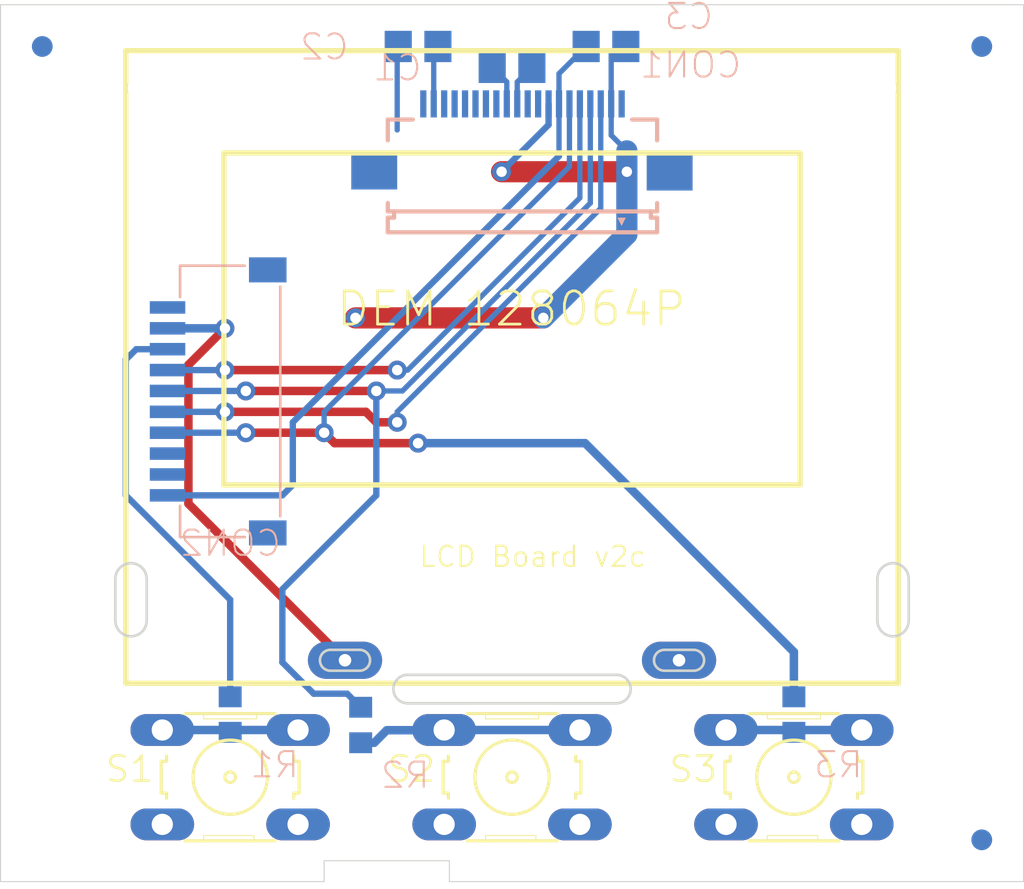
<source format=kicad_pcb>
(kicad_pcb (version 20171130) (host pcbnew 5.1.5)

  (general
    (thickness 1.6)
    (drawings 9)
    (tracks 94)
    (zones 0)
    (modules 19)
    (nets 27)
  )

  (page A4)
  (layers
    (0 Top signal)
    (31 Bottom signal)
    (32 B.Adhes user)
    (33 F.Adhes user)
    (34 B.Paste user)
    (35 F.Paste user)
    (36 B.SilkS user)
    (37 F.SilkS user)
    (38 B.Mask user)
    (39 F.Mask user)
    (40 Dwgs.User user)
    (41 Cmts.User user)
    (42 Eco1.User user)
    (43 Eco2.User user)
    (44 Edge.Cuts user)
    (45 Margin user)
    (46 B.CrtYd user)
    (47 F.CrtYd user)
    (48 B.Fab user)
    (49 F.Fab user)
  )

  (setup
    (last_trace_width 0.25)
    (trace_clearance 0.2)
    (zone_clearance 0.508)
    (zone_45_only no)
    (trace_min 0.2)
    (via_size 0.8)
    (via_drill 0.4)
    (via_min_size 0.4)
    (via_min_drill 0.3)
    (uvia_size 0.3)
    (uvia_drill 0.1)
    (uvias_allowed no)
    (uvia_min_size 0.2)
    (uvia_min_drill 0.1)
    (edge_width 0.05)
    (segment_width 0.2)
    (pcb_text_width 0.3)
    (pcb_text_size 1.5 1.5)
    (mod_edge_width 0.12)
    (mod_text_size 1 1)
    (mod_text_width 0.15)
    (pad_size 1.524 1.524)
    (pad_drill 0.762)
    (pad_to_mask_clearance 0.051)
    (solder_mask_min_width 0.25)
    (aux_axis_origin 0 0)
    (visible_elements FFFFFF7F)
    (pcbplotparams
      (layerselection 0x010fc_ffffffff)
      (usegerberextensions false)
      (usegerberattributes false)
      (usegerberadvancedattributes false)
      (creategerberjobfile false)
      (excludeedgelayer true)
      (linewidth 0.100000)
      (plotframeref false)
      (viasonmask false)
      (mode 1)
      (useauxorigin false)
      (hpglpennumber 1)
      (hpglpenspeed 20)
      (hpglpendiameter 15.000000)
      (psnegative false)
      (psa4output false)
      (plotreference true)
      (plotvalue true)
      (plotinvisibletext false)
      (padsonsilk false)
      (subtractmaskfromsilk false)
      (outputformat 1)
      (mirror false)
      (drillshape 1)
      (scaleselection 1)
      (outputdirectory ""))
  )

  (net 0 "")
  (net 1 GND)
  (net 2 VCC)
  (net 3 "Net-(CON2-Pad9)")
  (net 4 "Net-(CON2-Pad10)")
  (net 5 "Net-(CON2-Pad8)")
  (net 6 "Net-(CON1-Pad5)")
  (net 7 "Net-(CON1-Pad4)")
  (net 8 "Net-(CON1-Pad3)")
  (net 9 "Net-(CON1-Pad6)")
  (net 10 "Net-(CON2-Pad2)")
  (net 11 "Net-(CON1-Pad20)")
  (net 12 "Net-(C2-Pad1)")
  (net 13 "Net-(CON1-Pad18)")
  (net 14 "Net-(CON1-Pad17)")
  (net 15 "Net-(CON1-Pad16)")
  (net 16 "Net-(CON1-Pad15)")
  (net 17 "Net-(CON1-Pad14)")
  (net 18 "Net-(CON1-Pad13)")
  (net 19 "Net-(C1-Pad2)")
  (net 20 "Net-(C1-Pad1)")
  (net 21 "Net-(CON1-Pad10)")
  (net 22 "Net-(CON1-Pad9)")
  (net 23 "Net-(CON1-Pad1)")
  (net 24 "Net-(R1-Pad1)")
  (net 25 "Net-(R2-Pad1)")
  (net 26 "Net-(R3-Pad1)")

  (net_class Default "This is the default net class."
    (clearance 0.2)
    (trace_width 0.25)
    (via_dia 0.8)
    (via_drill 0.4)
    (uvia_dia 0.3)
    (uvia_drill 0.1)
    (add_net GND)
    (add_net "Net-(C1-Pad1)")
    (add_net "Net-(C1-Pad2)")
    (add_net "Net-(C2-Pad1)")
    (add_net "Net-(CON1-Pad1)")
    (add_net "Net-(CON1-Pad10)")
    (add_net "Net-(CON1-Pad13)")
    (add_net "Net-(CON1-Pad14)")
    (add_net "Net-(CON1-Pad15)")
    (add_net "Net-(CON1-Pad16)")
    (add_net "Net-(CON1-Pad17)")
    (add_net "Net-(CON1-Pad18)")
    (add_net "Net-(CON1-Pad20)")
    (add_net "Net-(CON1-Pad3)")
    (add_net "Net-(CON1-Pad4)")
    (add_net "Net-(CON1-Pad5)")
    (add_net "Net-(CON1-Pad6)")
    (add_net "Net-(CON1-Pad9)")
    (add_net "Net-(CON2-Pad10)")
    (add_net "Net-(CON2-Pad2)")
    (add_net "Net-(CON2-Pad8)")
    (add_net "Net-(CON2-Pad9)")
    (add_net "Net-(R1-Pad1)")
    (add_net "Net-(R2-Pad1)")
    (add_net "Net-(R3-Pad1)")
    (add_net VCC)
  )

  (module "" (layer Top) (tedit 0) (tstamp 0)
    (at 126.7511 98.0036)
    (fp_text reference @HOLE0 (at 0 0) (layer F.SilkS) hide
      (effects (font (size 1.27 1.27) (thickness 0.15)))
    )
    (fp_text value "" (at 0 0) (layer F.SilkS)
      (effects (font (size 1.27 1.27) (thickness 0.15)))
    )
    (pad "" np_thru_hole circle (at 0 0) (size 3 3) (drill 3) (layers *.Cu *.Mask))
  )

  (module "" (layer Top) (tedit 0) (tstamp 0)
    (at 170.2511 98.0036)
    (fp_text reference @HOLE1 (at 0 0) (layer F.SilkS) hide
      (effects (font (size 1.27 1.27) (thickness 0.15)))
    )
    (fp_text value "" (at 0 0) (layer F.SilkS)
      (effects (font (size 1.27 1.27) (thickness 0.15)))
    )
    (pad "" np_thru_hole circle (at 0 0) (size 3 3) (drill 3) (layers *.Cu *.Mask))
  )

  (module "" (layer Top) (tedit 0) (tstamp 0)
    (at 170.2511 112.0036)
    (fp_text reference @HOLE2 (at 0 0) (layer F.SilkS) hide
      (effects (font (size 1.27 1.27) (thickness 0.15)))
    )
    (fp_text value "" (at 0 0) (layer F.SilkS)
      (effects (font (size 1.27 1.27) (thickness 0.15)))
    )
    (pad "" np_thru_hole circle (at 0 0) (size 3 3) (drill 3) (layers *.Cu *.Mask))
  )

  (module "" (layer Top) (tedit 0) (tstamp 0)
    (at 126.7511 112.0036)
    (fp_text reference @HOLE3 (at 0 0) (layer F.SilkS) hide
      (effects (font (size 1.27 1.27) (thickness 0.15)))
    )
    (fp_text value "" (at 0 0) (layer F.SilkS)
      (effects (font (size 1.27 1.27) (thickness 0.15)))
    )
    (pad "" np_thru_hole circle (at 0 0) (size 3 3) (drill 3) (layers *.Cu *.Mask))
  )

  (module LCD_boardv2:LCD_DEM128064 (layer Top) (tedit 0) (tstamp 5DE03972)
    (at 130.0011 116.5036)
    (descr "DEM 128064 LCD \nwww.display-elektronik.de")
    (path /BABD3B23)
    (fp_text reference U$1 (at 0 0) (layer F.SilkS) hide
      (effects (font (size 1.27 1.27) (thickness 0.15)))
    )
    (fp_text value LCD_DEM128064 (at 0 0) (layer F.SilkS) hide
      (effects (font (size 1.27 1.27) (thickness 0.15)))
    )
    (fp_line (start 25.8 -0.6) (end 27.2 -0.6) (layer Edge.Cuts) (width 0.127))
    (fp_arc (start 27.2 -1.1) (end 27.2 -0.6) (angle -180) (layer Edge.Cuts) (width 0.127))
    (fp_arc (start 25.8 -1.1) (end 25.8 -0.6) (angle 180) (layer Edge.Cuts) (width 0.127))
    (fp_line (start 25.8 -1.6) (end 27.2 -1.6) (layer Edge.Cuts) (width 0.127))
    (fp_line (start 9.8 -0.6) (end 11.2 -0.6) (layer Edge.Cuts) (width 0.127))
    (fp_line (start 9.8 -1.6) (end 11.2 -1.6) (layer Edge.Cuts) (width 0.127))
    (fp_arc (start 11.2 -1.1) (end 11.2 -0.6) (angle -180) (layer Edge.Cuts) (width 0.127))
    (fp_arc (start 9.8 -1.1) (end 9.8 -0.6) (angle 180) (layer Edge.Cuts) (width 0.127))
    (fp_line (start 23.5 0.96) (end 13.5 0.96) (layer Dwgs.User) (width 0.6096))
    (fp_line (start 13.5 -0.405) (end 23.5 -0.405) (layer Dwgs.User) (width 0.6096))
    (fp_arc (start 23.5 0.2775) (end 23.5 0.96) (angle -180) (layer Dwgs.User) (width 0.6096))
    (fp_arc (start 13.5 0.2775) (end 13.5 0.96) (angle 180) (layer Dwgs.User) (width 0.6096))
    (fp_line (start 23.5 0.96) (end 13.5 0.96) (layer Dwgs.User) (width 0.6096))
    (fp_line (start 13.5 -0.405) (end 23.5 -0.405) (layer Dwgs.User) (width 0.6096))
    (fp_arc (start 23.5 0.2775) (end 23.5 0.96) (angle -180) (layer Dwgs.User) (width 0.6096))
    (fp_arc (start 13.5 0.2775) (end 13.5 0.96) (angle 180) (layer Dwgs.User) (width 0.6096))
    (fp_line (start 37.5 -3) (end 37.5 -5) (layer Dwgs.User) (width 0.6096))
    (fp_line (start 36 -3) (end 36 -5) (layer Dwgs.User) (width 0.6096))
    (fp_arc (start 36.75 -3) (end 36 -3) (angle -180) (layer Dwgs.User) (width 0.6096))
    (fp_arc (start 36.75 -5) (end 36 -5) (angle 180) (layer Dwgs.User) (width 0.6096))
    (fp_line (start 37.5 -3) (end 37.5 -5) (layer Dwgs.User) (width 0.6096))
    (fp_line (start 36 -3) (end 36 -5) (layer Dwgs.User) (width 0.6096))
    (fp_arc (start 36.75 -3) (end 36 -3) (angle -180) (layer Dwgs.User) (width 0.6096))
    (fp_arc (start 36.75 -5) (end 36 -5) (angle 180) (layer Dwgs.User) (width 0.6096))
    (fp_line (start -0.5 -3) (end -0.5 -5) (layer Dwgs.User) (width 0.6096))
    (fp_line (start 1 -3) (end 1 -5) (layer Dwgs.User) (width 0.6096))
    (fp_arc (start 0.25 -5) (end -0.5 -5) (angle 180) (layer Dwgs.User) (width 0.6096))
    (fp_arc (start 0.25 -3) (end -0.5 -3) (angle -180) (layer Dwgs.User) (width 0.6096))
    (fp_line (start -0.5 -3) (end -0.5 -5) (layer Dwgs.User) (width 0.6096))
    (fp_line (start 1 -3) (end 1 -5) (layer Dwgs.User) (width 0.6096))
    (fp_arc (start 0.25 -5) (end -0.5 -5) (angle 180) (layer Dwgs.User) (width 0.6096))
    (fp_arc (start 0.25 -3) (end -0.5 -3) (angle -180) (layer Dwgs.User) (width 0.6096))
    (fp_line (start 32.3 -9.5) (end 32.3 -25.4) (layer F.SilkS) (width 0.254))
    (fp_line (start 4.7 -9.5) (end 32.3 -9.5) (layer F.SilkS) (width 0.254))
    (fp_line (start 4.7 -25.4) (end 4.7 -9.5) (layer F.SilkS) (width 0.254))
    (fp_line (start 4.7 -25.4) (end 32.3 -25.4) (layer F.SilkS) (width 0.254))
    (fp_text user "DEM 128064P" (at 10 -17) (layer F.SilkS)
      (effects (font (size 1.59258 1.59258) (thickness 0.134112)) (justify left bottom))
    )
    (fp_line (start 23.5 0.96) (end 13.5 0.96) (layer Edge.Cuts) (width 0.127))
    (fp_line (start 13.5 -0.405) (end 23.5 -0.405) (layer Edge.Cuts) (width 0.127))
    (fp_arc (start 23.5 0.2775) (end 23.5 0.96) (angle -180) (layer Edge.Cuts) (width 0.127))
    (fp_arc (start 13.5 0.2775) (end 13.5 0.96) (angle 180) (layer Edge.Cuts) (width 0.127))
    (fp_line (start 37.5 -3) (end 37.5 -5) (layer Edge.Cuts) (width 0.127))
    (fp_line (start 36 -3) (end 36 -5) (layer Edge.Cuts) (width 0.127))
    (fp_arc (start 36.75 -3) (end 36 -3) (angle -180) (layer Edge.Cuts) (width 0.127))
    (fp_arc (start 36.75 -5) (end 36 -5) (angle 180) (layer Edge.Cuts) (width 0.127))
    (fp_line (start -0.5 -3) (end -0.5 -5) (layer Edge.Cuts) (width 0.127))
    (fp_line (start 1 -3) (end 1 -5) (layer Edge.Cuts) (width 0.127))
    (fp_arc (start 0.25 -5) (end -0.5 -5) (angle 180) (layer Edge.Cuts) (width 0.127))
    (fp_arc (start 0.25 -3) (end -0.5 -3) (angle -180) (layer Edge.Cuts) (width 0.127))
    (fp_line (start 0 -30.3) (end 0 0) (layer F.SilkS) (width 0.254))
    (fp_line (start 37 -30.3) (end 0 -30.3) (layer F.SilkS) (width 0.254))
    (fp_line (start 37 0) (end 37 -30.3) (layer F.SilkS) (width 0.254))
    (fp_line (start 0 0) (end 37 0) (layer F.SilkS) (width 0.254))
    (pad 2 thru_hole oval (at 10.5 -1.1) (size 3.556 1.778) (drill 0.6) (layers *.Cu *.Mask)
      (net 3 "Net-(CON2-Pad9)") (solder_mask_margin 0.1016))
    (pad 3 thru_hole oval (at 26.5 -1.1) (size 3.556 1.778) (drill 0.6) (layers *.Cu *.Mask)
      (net 1 GND) (solder_mask_margin 0.1016))
    (pad "" np_thru_hole circle (at 36.3 -28.5) (size 1.2 1.2) (drill 1.2) (layers *.Cu *.Mask))
    (pad "" np_thru_hole circle (at 0.7 -28.5) (size 1.2 1.2) (drill 1.2) (layers *.Cu *.Mask))
  )

  (module LCD_boardv2:JST_10PIN_FFC (layer Bottom) (tedit 0) (tstamp 5DE039AE)
    (at 135.0011 103.0036 90)
    (path /C3190B6C)
    (fp_text reference CON2 (at -7.5 -2.5 180) (layer B.SilkS)
      (effects (font (size 1.2065 1.2065) (thickness 0.09652)) (justify right bottom mirror))
    )
    (fp_text value JST_10PIN_FFC (at -3.5 -1.5 90) (layer B.Fab)
      (effects (font (size 1.2065 1.2065) (thickness 0.09652)) (justify right bottom mirror))
    )
    (fp_line (start -5.5 2.4) (end 5.5 2.4) (layer B.SilkS) (width 0.127))
    (fp_line (start 6.5 -2.4) (end 5 -2.4) (layer B.SilkS) (width 0.127))
    (fp_line (start 6.5 0.7) (end 6.5 -2.4) (layer B.SilkS) (width 0.127))
    (fp_line (start -6.5 -2.4) (end -5 -2.4) (layer B.SilkS) (width 0.127))
    (fp_line (start -6.5 0.7) (end -6.5 -2.4) (layer B.SilkS) (width 0.127))
    (pad 13 smd rect (at -6.3 1.8) (size 1.8 1.2) (layers Bottom B.Paste B.Mask)
      (solder_mask_margin 0.1016))
    (pad 11 smd rect (at 6.3 1.8) (size 1.8 1.2) (layers Bottom B.Paste B.Mask)
      (solder_mask_margin 0.1016))
    (pad 10 smd rect (at 4.5 -3) (size 1.7 0.6) (layers Bottom B.Paste B.Mask)
      (net 4 "Net-(CON2-Pad10)") (solder_mask_margin 0.1016))
    (pad 9 smd rect (at 3.5 -3) (size 1.7 0.6) (layers Bottom B.Paste B.Mask)
      (net 3 "Net-(CON2-Pad9)") (solder_mask_margin 0.1016))
    (pad 8 smd rect (at 2.5 -3) (size 1.7 0.6) (layers Bottom B.Paste B.Mask)
      (net 5 "Net-(CON2-Pad8)") (solder_mask_margin 0.1016))
    (pad 7 smd rect (at 1.5 -3) (size 1.7 0.6) (layers Bottom B.Paste B.Mask)
      (net 6 "Net-(CON1-Pad5)") (solder_mask_margin 0.1016))
    (pad 6 smd rect (at 0.5 -3) (size 1.7 0.6) (layers Bottom B.Paste B.Mask)
      (net 7 "Net-(CON1-Pad4)") (solder_mask_margin 0.1016))
    (pad 5 smd rect (at -0.5 -3) (size 1.7 0.6) (layers Bottom B.Paste B.Mask)
      (net 8 "Net-(CON1-Pad3)") (solder_mask_margin 0.1016))
    (pad 4 smd rect (at -1.5 -3) (size 1.7 0.6) (layers Bottom B.Paste B.Mask)
      (net 9 "Net-(CON1-Pad6)") (solder_mask_margin 0.1016))
    (pad 3 smd rect (at -2.5 -3) (size 1.7 0.6) (layers Bottom B.Paste B.Mask)
      (net 1 GND) (solder_mask_margin 0.1016))
    (pad 2 smd rect (at -3.5 -3) (size 1.7 0.6) (layers Bottom B.Paste B.Mask)
      (net 10 "Net-(CON2-Pad2)") (solder_mask_margin 0.1016))
    (pad 1 smd rect (at -4.5 -3) (size 1.7 0.6) (layers Bottom B.Paste B.Mask)
      (net 2 VCC) (solder_mask_margin 0.1016))
  )

  (module LCD_boardv2:FH12-20S-0.5SH (layer Bottom) (tedit 0) (tstamp 5DE039C2)
    (at 149.0011 92.0036 180)
    (descr "<b>0.5mm Pitch Connectors For FPC/FFC</b><p>\nSource: <a href= \"http://www.hirose.co.jp/cataloge_hp/e58605370.pdf\">Data sheet</a><p>")
    (path /98085B15)
    (fp_text reference CON1 (at -5.5524 4.405) (layer B.SilkS)
      (effects (font (size 1.2065 1.2065) (thickness 0.09652)) (justify right bottom mirror))
    )
    (fp_text value FH12-20S-0.5SH (at -4 0) (layer B.Fab)
      (effects (font (size 1.2065 1.2065) (thickness 0.09652)) (justify right bottom mirror))
    )
    (fp_poly (pts (xy -4.95 -2.2) (xy -4.75 -2.6) (xy -4.55 -2.2)) (layer B.SilkS) (width 0))
    (fp_poly (pts (xy 4.65 2.55) (xy 4.85 2.55) (xy 4.85 3.4) (xy 4.65 3.4)) (layer B.Fab) (width 0))
    (fp_poly (pts (xy 4.15 2.55) (xy 4.35 2.55) (xy 4.35 3.4) (xy 4.15 3.4)) (layer B.Fab) (width 0))
    (fp_poly (pts (xy 3.65 2.55) (xy 3.85 2.55) (xy 3.85 3.4) (xy 3.65 3.4)) (layer B.Fab) (width 0))
    (fp_poly (pts (xy 3.15 2.55) (xy 3.35 2.55) (xy 3.35 3.4) (xy 3.15 3.4)) (layer B.Fab) (width 0))
    (fp_poly (pts (xy 2.65 2.55) (xy 2.85 2.55) (xy 2.85 3.4) (xy 2.65 3.4)) (layer B.Fab) (width 0))
    (fp_poly (pts (xy 2.15 2.55) (xy 2.35 2.55) (xy 2.35 3.4) (xy 2.15 3.4)) (layer B.Fab) (width 0))
    (fp_poly (pts (xy 1.65 2.55) (xy 1.85 2.55) (xy 1.85 3.4) (xy 1.65 3.4)) (layer B.Fab) (width 0))
    (fp_poly (pts (xy 1.15 2.55) (xy 1.35 2.55) (xy 1.35 3.4) (xy 1.15 3.4)) (layer B.Fab) (width 0))
    (fp_poly (pts (xy 0.65 2.55) (xy 0.85 2.55) (xy 0.85 3.4) (xy 0.65 3.4)) (layer B.Fab) (width 0))
    (fp_poly (pts (xy 0.15 2.55) (xy 0.35 2.55) (xy 0.35 3.4) (xy 0.15 3.4)) (layer B.Fab) (width 0))
    (fp_poly (pts (xy -0.35 2.55) (xy -0.15 2.55) (xy -0.15 3.4) (xy -0.35 3.4)) (layer B.Fab) (width 0))
    (fp_poly (pts (xy -0.85 2.55) (xy -0.65 2.55) (xy -0.65 3.4) (xy -0.85 3.4)) (layer B.Fab) (width 0))
    (fp_poly (pts (xy -1.35 2.55) (xy -1.15 2.55) (xy -1.15 3.4) (xy -1.35 3.4)) (layer B.Fab) (width 0))
    (fp_poly (pts (xy -1.85 2.55) (xy -1.65 2.55) (xy -1.65 3.4) (xy -1.85 3.4)) (layer B.Fab) (width 0))
    (fp_poly (pts (xy -2.35 2.55) (xy -2.15 2.55) (xy -2.15 3.4) (xy -2.35 3.4)) (layer B.Fab) (width 0))
    (fp_poly (pts (xy -2.85 2.55) (xy -2.65 2.55) (xy -2.65 3.4) (xy -2.85 3.4)) (layer B.Fab) (width 0))
    (fp_poly (pts (xy -3.35 2.55) (xy -3.15 2.55) (xy -3.15 3.4) (xy -3.35 3.4)) (layer B.Fab) (width 0))
    (fp_poly (pts (xy -3.85 2.55) (xy -3.65 2.55) (xy -3.65 3.4) (xy -3.85 3.4)) (layer B.Fab) (width 0))
    (fp_poly (pts (xy -4.35 2.55) (xy -4.15 2.55) (xy -4.15 3.4) (xy -4.35 3.4)) (layer B.Fab) (width 0))
    (fp_poly (pts (xy -4.85 2.55) (xy -4.65 2.55) (xy -4.65 3.4) (xy -4.85 3.4)) (layer B.Fab) (width 0))
    (fp_poly (pts (xy -8.075 0.825) (xy -8.075 -0.825) (xy -6.025 -0.825) (xy -6.025 0.825)) (layer B.Paste) (width 0))
    (fp_poly (pts (xy -8.225 0.95) (xy -8.225 -0.95) (xy -5.875 -0.95) (xy -5.875 0.95)) (layer B.Mask) (width 0))
    (fp_poly (pts (xy -8.15 0.9) (xy -8.15 -0.9) (xy -5.95 -0.9) (xy -5.95 0.9)) (layer Bottom) (width 0))
    (fp_poly (pts (xy 6.075 0.875) (xy 6.075 -0.775) (xy 8.125 -0.775) (xy 8.125 0.875)) (layer B.Paste) (width 0))
    (fp_poly (pts (xy 5.925 1) (xy 5.925 -0.9) (xy 8.275 -0.9) (xy 8.275 1)) (layer B.Mask) (width 0))
    (fp_poly (pts (xy 6 0.95) (xy 6 -0.85) (xy 8.2 -0.85) (xy 8.2 0.95)) (layer Bottom) (width 0))
    (fp_poly (pts (xy 4.625 2.625) (xy 4.875 2.625) (xy 4.875 3.875) (xy 4.625 3.875)) (layer B.Paste) (width 0))
    (fp_poly (pts (xy 4.55 2.55) (xy 4.95 2.55) (xy 4.95 3.95) (xy 4.55 3.95)) (layer B.Mask) (width 0))
    (fp_poly (pts (xy 4.125 2.625) (xy 4.375 2.625) (xy 4.375 3.875) (xy 4.125 3.875)) (layer B.Paste) (width 0))
    (fp_poly (pts (xy 4.05 2.55) (xy 4.45 2.55) (xy 4.45 3.95) (xy 4.05 3.95)) (layer B.Mask) (width 0))
    (fp_poly (pts (xy 3.625 2.625) (xy 3.875 2.625) (xy 3.875 3.875) (xy 3.625 3.875)) (layer B.Paste) (width 0))
    (fp_poly (pts (xy 3.55 2.55) (xy 3.95 2.55) (xy 3.95 3.95) (xy 3.55 3.95)) (layer B.Mask) (width 0))
    (fp_poly (pts (xy 3.125 2.625) (xy 3.375 2.625) (xy 3.375 3.875) (xy 3.125 3.875)) (layer B.Paste) (width 0))
    (fp_poly (pts (xy 3.05 2.55) (xy 3.45 2.55) (xy 3.45 3.95) (xy 3.05 3.95)) (layer B.Mask) (width 0))
    (fp_poly (pts (xy 2.625 2.625) (xy 2.875 2.625) (xy 2.875 3.875) (xy 2.625 3.875)) (layer B.Paste) (width 0))
    (fp_poly (pts (xy 2.55 2.55) (xy 2.95 2.55) (xy 2.95 3.95) (xy 2.55 3.95)) (layer B.Mask) (width 0))
    (fp_poly (pts (xy 2.125 2.625) (xy 2.375 2.625) (xy 2.375 3.875) (xy 2.125 3.875)) (layer B.Paste) (width 0))
    (fp_poly (pts (xy 2.05 2.55) (xy 2.45 2.55) (xy 2.45 3.95) (xy 2.05 3.95)) (layer B.Mask) (width 0))
    (fp_poly (pts (xy 1.625 2.625) (xy 1.875 2.625) (xy 1.875 3.875) (xy 1.625 3.875)) (layer B.Paste) (width 0))
    (fp_poly (pts (xy 1.55 2.55) (xy 1.95 2.55) (xy 1.95 3.95) (xy 1.55 3.95)) (layer B.Mask) (width 0))
    (fp_poly (pts (xy 1.125 2.625) (xy 1.375 2.625) (xy 1.375 3.875) (xy 1.125 3.875)) (layer B.Paste) (width 0))
    (fp_poly (pts (xy 1.05 2.55) (xy 1.45 2.55) (xy 1.45 3.95) (xy 1.05 3.95)) (layer B.Mask) (width 0))
    (fp_poly (pts (xy 0.625 2.625) (xy 0.875 2.625) (xy 0.875 3.875) (xy 0.625 3.875)) (layer B.Paste) (width 0))
    (fp_poly (pts (xy 0.55 2.55) (xy 0.95 2.55) (xy 0.95 3.95) (xy 0.55 3.95)) (layer B.Mask) (width 0))
    (fp_poly (pts (xy 0.125 2.625) (xy 0.375 2.625) (xy 0.375 3.875) (xy 0.125 3.875)) (layer B.Paste) (width 0))
    (fp_poly (pts (xy 0.05 2.55) (xy 0.45 2.55) (xy 0.45 3.95) (xy 0.05 3.95)) (layer B.Mask) (width 0))
    (fp_poly (pts (xy -0.375 2.625) (xy -0.125 2.625) (xy -0.125 3.875) (xy -0.375 3.875)) (layer B.Paste) (width 0))
    (fp_poly (pts (xy -0.45 2.55) (xy -0.05 2.55) (xy -0.05 3.95) (xy -0.45 3.95)) (layer B.Mask) (width 0))
    (fp_poly (pts (xy -0.875 2.625) (xy -0.625 2.625) (xy -0.625 3.875) (xy -0.875 3.875)) (layer B.Paste) (width 0))
    (fp_poly (pts (xy -0.95 2.55) (xy -0.55 2.55) (xy -0.55 3.95) (xy -0.95 3.95)) (layer B.Mask) (width 0))
    (fp_poly (pts (xy -1.375 2.625) (xy -1.125 2.625) (xy -1.125 3.875) (xy -1.375 3.875)) (layer B.Paste) (width 0))
    (fp_poly (pts (xy -1.45 2.55) (xy -1.05 2.55) (xy -1.05 3.95) (xy -1.45 3.95)) (layer B.Mask) (width 0))
    (fp_poly (pts (xy -1.875 2.625) (xy -1.625 2.625) (xy -1.625 3.875) (xy -1.875 3.875)) (layer B.Paste) (width 0))
    (fp_poly (pts (xy -1.95 2.55) (xy -1.55 2.55) (xy -1.55 3.95) (xy -1.95 3.95)) (layer B.Mask) (width 0))
    (fp_poly (pts (xy -2.375 2.625) (xy -2.125 2.625) (xy -2.125 3.875) (xy -2.375 3.875)) (layer B.Paste) (width 0))
    (fp_poly (pts (xy -2.45 2.55) (xy -2.05 2.55) (xy -2.05 3.95) (xy -2.45 3.95)) (layer B.Mask) (width 0))
    (fp_poly (pts (xy -2.875 2.625) (xy -2.625 2.625) (xy -2.625 3.875) (xy -2.875 3.875)) (layer B.Paste) (width 0))
    (fp_poly (pts (xy -2.95 2.55) (xy -2.55 2.55) (xy -2.55 3.95) (xy -2.95 3.95)) (layer B.Mask) (width 0))
    (fp_poly (pts (xy -3.375 2.625) (xy -3.125 2.625) (xy -3.125 3.875) (xy -3.375 3.875)) (layer B.Paste) (width 0))
    (fp_poly (pts (xy -3.45 2.55) (xy -3.05 2.55) (xy -3.05 3.95) (xy -3.45 3.95)) (layer B.Mask) (width 0))
    (fp_poly (pts (xy -3.875 2.625) (xy -3.625 2.625) (xy -3.625 3.875) (xy -3.875 3.875)) (layer B.Paste) (width 0))
    (fp_poly (pts (xy -3.95 2.55) (xy -3.55 2.55) (xy -3.55 3.95) (xy -3.95 3.95)) (layer B.Mask) (width 0))
    (fp_poly (pts (xy -4.375 2.625) (xy -4.125 2.625) (xy -4.125 3.875) (xy -4.375 3.875)) (layer B.Paste) (width 0))
    (fp_poly (pts (xy -4.45 2.55) (xy -4.05 2.55) (xy -4.05 3.95) (xy -4.45 3.95)) (layer B.Mask) (width 0))
    (fp_poly (pts (xy -4.875 2.625) (xy -4.625 2.625) (xy -4.625 3.875) (xy -4.875 3.875)) (layer B.Paste) (width 0))
    (fp_poly (pts (xy -4.95 2.55) (xy -4.55 2.55) (xy -4.55 3.95) (xy -4.95 3.95)) (layer B.Mask) (width 0))
    (fp_line (start 6.45 -1.9) (end 6.45 -1.5) (layer B.SilkS) (width 0.2032))
    (fp_line (start -6.45 -1.5) (end -6.45 -1.9) (layer B.SilkS) (width 0.2032))
    (fp_line (start 6.45 2.5) (end 5.25 2.5) (layer B.SilkS) (width 0.2032))
    (fp_line (start 6.45 1.5) (end 6.45 2.5) (layer B.SilkS) (width 0.2032))
    (fp_line (start -5.25 2.5) (end -6.45 2.5) (layer B.SilkS) (width 0.2032))
    (fp_line (start -6.45 2.5) (end -6.45 1.5) (layer B.SilkS) (width 0.2032))
    (fp_line (start 6.45 -2.9) (end -6.45 -2.9) (layer B.SilkS) (width 0.2032))
    (fp_line (start 6.15 -1.9) (end -6.15 -1.9) (layer B.SilkS) (width 0.2032))
    (fp_line (start -6.45 2.5) (end -6.45 0.5) (layer B.Fab) (width 0.2032))
    (fp_line (start 6.45 2.5) (end -6.45 2.5) (layer B.Fab) (width 0.2032))
    (fp_line (start 6.45 0.5) (end 6.45 2.5) (layer B.Fab) (width 0.2032))
    (fp_line (start 6.95 0.5) (end 6.45 0.5) (layer B.Fab) (width 0.2032))
    (fp_line (start 6.95 -0.5) (end 6.95 0.5) (layer B.Fab) (width 0.2032))
    (fp_line (start 6.45 -0.5) (end 6.95 -0.5) (layer B.Fab) (width 0.2032))
    (fp_line (start 6.45 -1.9) (end 6.45 -0.5) (layer B.Fab) (width 0.2032))
    (fp_line (start 6.15 -1.9) (end 6.45 -1.9) (layer B.SilkS) (width 0.2032))
    (fp_line (start 6.15 -2.2) (end 6.15 -1.9) (layer B.SilkS) (width 0.2032))
    (fp_line (start 6.45 -2.2) (end 6.15 -2.2) (layer B.SilkS) (width 0.2032))
    (fp_line (start 6.45 -2.9) (end 6.45 -2.2) (layer B.SilkS) (width 0.2032))
    (fp_line (start -6.45 -2.2) (end -6.45 -2.9) (layer B.SilkS) (width 0.2032))
    (fp_line (start -6.15 -2.2) (end -6.45 -2.2) (layer B.SilkS) (width 0.2032))
    (fp_line (start -6.15 -1.9) (end -6.15 -2.2) (layer B.SilkS) (width 0.2032))
    (fp_line (start -6.45 -1.9) (end -6.15 -1.9) (layer B.SilkS) (width 0.2032))
    (fp_line (start -6.45 -0.5) (end -6.45 -1.9) (layer B.Fab) (width 0.2032))
    (fp_line (start -6.95 -0.5) (end -6.45 -0.5) (layer B.Fab) (width 0.2032))
    (fp_line (start -6.95 0.5) (end -6.95 -0.5) (layer B.Fab) (width 0.2032))
    (fp_line (start -6.45 0.5) (end -6.95 0.5) (layer B.Fab) (width 0.2032))
    (pad 20 smd rect (at 4.75 3.25 180) (size 0.3 1.3) (layers Bottom B.Mask)
      (net 11 "Net-(CON1-Pad20)") (solder_mask_margin 0.1016))
    (pad 19 smd rect (at 4.25 3.25 180) (size 0.3 1.3) (layers Bottom B.Mask)
      (net 12 "Net-(C2-Pad1)") (solder_mask_margin 0.1016))
    (pad 18 smd rect (at 3.75 3.25 180) (size 0.3 1.3) (layers Bottom B.Mask)
      (net 13 "Net-(CON1-Pad18)") (solder_mask_margin 0.1016))
    (pad 17 smd rect (at 3.25 3.25 180) (size 0.3 1.3) (layers Bottom B.Mask)
      (net 14 "Net-(CON1-Pad17)") (solder_mask_margin 0.1016))
    (pad 16 smd rect (at 2.75 3.25 180) (size 0.3 1.3) (layers Bottom B.Mask)
      (net 15 "Net-(CON1-Pad16)") (solder_mask_margin 0.1016))
    (pad 15 smd rect (at 2.25 3.25 180) (size 0.3 1.3) (layers Bottom B.Mask)
      (net 16 "Net-(CON1-Pad15)") (solder_mask_margin 0.1016))
    (pad 14 smd rect (at 1.75 3.25 180) (size 0.3 1.3) (layers Bottom B.Mask)
      (net 17 "Net-(CON1-Pad14)") (solder_mask_margin 0.1016))
    (pad 13 smd rect (at 1.25 3.25 180) (size 0.3 1.3) (layers Bottom B.Mask)
      (net 18 "Net-(CON1-Pad13)") (solder_mask_margin 0.1016))
    (pad 12 smd rect (at 0.75 3.25 180) (size 0.3 1.3) (layers Bottom B.Mask)
      (net 19 "Net-(C1-Pad2)") (solder_mask_margin 0.1016))
    (pad 11 smd rect (at 0.25 3.25 180) (size 0.3 1.3) (layers Bottom B.Mask)
      (net 20 "Net-(C1-Pad1)") (solder_mask_margin 0.1016))
    (pad 10 smd rect (at -0.25 3.25 180) (size 0.3 1.3) (layers Bottom B.Mask)
      (net 21 "Net-(CON1-Pad10)") (solder_mask_margin 0.1016))
    (pad 9 smd rect (at -0.75 3.25 180) (size 0.3 1.3) (layers Bottom B.Mask)
      (net 22 "Net-(CON1-Pad9)") (solder_mask_margin 0.1016))
    (pad 8 smd rect (at -1.25 3.25 180) (size 0.3 1.3) (layers Bottom B.Mask)
      (net 1 GND) (solder_mask_margin 0.1016))
    (pad 7 smd rect (at -1.75 3.25 180) (size 0.3 1.3) (layers Bottom B.Mask)
      (net 2 VCC) (solder_mask_margin 0.1016))
    (pad 6 smd rect (at -2.25 3.25 180) (size 0.3 1.3) (layers Bottom B.Mask)
      (net 9 "Net-(CON1-Pad6)") (solder_mask_margin 0.1016))
    (pad 5 smd rect (at -2.75 3.25 180) (size 0.3 1.3) (layers Bottom B.Mask)
      (net 6 "Net-(CON1-Pad5)") (solder_mask_margin 0.1016))
    (pad 4 smd rect (at -3.25 3.25 180) (size 0.3 1.3) (layers Bottom B.Mask)
      (net 7 "Net-(CON1-Pad4)") (solder_mask_margin 0.1016))
    (pad 3 smd rect (at -3.75 3.25 180) (size 0.3 1.3) (layers Bottom B.Mask)
      (net 8 "Net-(CON1-Pad3)") (solder_mask_margin 0.1016))
    (pad 2 smd rect (at -4.25 3.25 180) (size 0.3 1.3) (layers Bottom B.Mask)
      (net 1 GND) (solder_mask_margin 0.1016))
    (pad 1 smd rect (at -4.75 3.25 180) (size 0.3 1.3) (layers Bottom B.Mask)
      (net 23 "Net-(CON1-Pad1)") (solder_mask_margin 0.1016))
  )

  (module LCD_boardv2:C0805 (layer Bottom) (tedit 0) (tstamp 5DE03A37)
    (at 148.5011 87.0036 180)
    (descr <b>CAPACITOR</b><p>)
    (path /7B96D282)
    (fp_text reference C1 (at 6.73 -0.73) (layer B.SilkS)
      (effects (font (size 1.2065 1.2065) (thickness 0.09652)) (justify right bottom mirror))
    )
    (fp_text value 1uF/16v (at 9.73 -2.54) (layer B.Fab)
      (effects (font (size 1.2065 1.2065) (thickness 0.09652)) (justify right bottom mirror))
    )
    (fp_poly (pts (xy -0.1001 -0.4001) (xy 0.1001 -0.4001) (xy 0.1001 0.4001) (xy -0.1001 0.4001)) (layer B.Adhes) (width 0))
    (fp_poly (pts (xy 0.3556 -0.7239) (xy 1.1057 -0.7239) (xy 1.1057 0.7262) (xy 0.3556 0.7262)) (layer B.Fab) (width 0))
    (fp_poly (pts (xy -1.0922 -0.7239) (xy -0.3421 -0.7239) (xy -0.3421 0.7262) (xy -1.0922 0.7262)) (layer B.Fab) (width 0))
    (fp_line (start 1.973 0.983) (end 1.973 -0.983) (layer Dwgs.User) (width 0.0508))
    (fp_line (start -0.356 -0.66) (end 0.381 -0.66) (layer B.Fab) (width 0.1016))
    (fp_line (start -0.381 0.66) (end 0.381 0.66) (layer B.Fab) (width 0.1016))
    (fp_line (start -1.973 -0.983) (end -1.973 0.983) (layer Dwgs.User) (width 0.0508))
    (fp_line (start 1.973 -0.983) (end -1.973 -0.983) (layer Dwgs.User) (width 0.0508))
    (fp_line (start -1.973 0.983) (end 1.973 0.983) (layer Dwgs.User) (width 0.0508))
    (pad 2 smd rect (at 0.95 0 180) (size 1.3 1.5) (layers Bottom B.Paste B.Mask)
      (net 19 "Net-(C1-Pad2)") (solder_mask_margin 0.1016))
    (pad 1 smd rect (at -0.95 0 180) (size 1.3 1.5) (layers Bottom B.Paste B.Mask)
      (net 20 "Net-(C1-Pad1)") (solder_mask_margin 0.1016))
  )

  (module LCD_boardv2:C0805 (layer Bottom) (tedit 0) (tstamp 5DE03A45)
    (at 144.0011 86.0036 180)
    (descr <b>CAPACITOR</b><p>)
    (path /3313ECA1)
    (fp_text reference C2 (at 5.73 -0.73) (layer B.SilkS)
      (effects (font (size 1.2065 1.2065) (thickness 0.09652)) (justify right bottom mirror))
    )
    (fp_text value 1uF/16v (at -1.27 -2.54) (layer B.Fab)
      (effects (font (size 1.2065 1.2065) (thickness 0.09652)) (justify right bottom mirror))
    )
    (fp_poly (pts (xy -0.1001 -0.4001) (xy 0.1001 -0.4001) (xy 0.1001 0.4001) (xy -0.1001 0.4001)) (layer B.Adhes) (width 0))
    (fp_poly (pts (xy 0.3556 -0.7239) (xy 1.1057 -0.7239) (xy 1.1057 0.7262) (xy 0.3556 0.7262)) (layer B.Fab) (width 0))
    (fp_poly (pts (xy -1.0922 -0.7239) (xy -0.3421 -0.7239) (xy -0.3421 0.7262) (xy -1.0922 0.7262)) (layer B.Fab) (width 0))
    (fp_line (start 1.973 0.983) (end 1.973 -0.983) (layer Dwgs.User) (width 0.0508))
    (fp_line (start -0.356 -0.66) (end 0.381 -0.66) (layer B.Fab) (width 0.1016))
    (fp_line (start -0.381 0.66) (end 0.381 0.66) (layer B.Fab) (width 0.1016))
    (fp_line (start -1.973 -0.983) (end -1.973 0.983) (layer Dwgs.User) (width 0.0508))
    (fp_line (start 1.973 -0.983) (end -1.973 -0.983) (layer Dwgs.User) (width 0.0508))
    (fp_line (start -1.973 0.983) (end 1.973 0.983) (layer Dwgs.User) (width 0.0508))
    (pad 2 smd rect (at 0.95 0 180) (size 1.3 1.5) (layers Bottom B.Paste B.Mask)
      (net 1 GND) (solder_mask_margin 0.1016))
    (pad 1 smd rect (at -0.95 0 180) (size 1.3 1.5) (layers Bottom B.Paste B.Mask)
      (net 12 "Net-(C2-Pad1)") (solder_mask_margin 0.1016))
  )

  (module LCD_boardv2:C0805 (layer Bottom) (tedit 0) (tstamp 5DE03A53)
    (at 153.0011 86.0036)
    (descr <b>CAPACITOR</b><p>)
    (path /50FC7459)
    (fp_text reference C3 (at 2.73 -0.73) (layer B.SilkS)
      (effects (font (size 1.2065 1.2065) (thickness 0.09652)) (justify right bottom mirror))
    )
    (fp_text value 1uF/16v (at 5.73 -0.54) (layer B.Fab)
      (effects (font (size 1.2065 1.2065) (thickness 0.09652)) (justify right bottom mirror))
    )
    (fp_poly (pts (xy -0.1001 -0.4001) (xy 0.1001 -0.4001) (xy 0.1001 0.4001) (xy -0.1001 0.4001)) (layer B.Adhes) (width 0))
    (fp_poly (pts (xy 0.3556 -0.7239) (xy 1.1057 -0.7239) (xy 1.1057 0.7262) (xy 0.3556 0.7262)) (layer B.Fab) (width 0))
    (fp_poly (pts (xy -1.0922 -0.7239) (xy -0.3421 -0.7239) (xy -0.3421 0.7262) (xy -1.0922 0.7262)) (layer B.Fab) (width 0))
    (fp_line (start 1.973 0.983) (end 1.973 -0.983) (layer Dwgs.User) (width 0.0508))
    (fp_line (start -0.356 -0.66) (end 0.381 -0.66) (layer B.Fab) (width 0.1016))
    (fp_line (start -0.381 0.66) (end 0.381 0.66) (layer B.Fab) (width 0.1016))
    (fp_line (start -1.973 -0.983) (end -1.973 0.983) (layer Dwgs.User) (width 0.0508))
    (fp_line (start 1.973 -0.983) (end -1.973 -0.983) (layer Dwgs.User) (width 0.0508))
    (fp_line (start -1.973 0.983) (end 1.973 0.983) (layer Dwgs.User) (width 0.0508))
    (pad 2 smd rect (at 0.95 0) (size 1.3 1.5) (layers Bottom B.Paste B.Mask)
      (net 1 GND) (solder_mask_margin 0.1016))
    (pad 1 smd rect (at -0.95 0) (size 1.3 1.5) (layers Bottom B.Paste B.Mask)
      (net 2 VCC) (solder_mask_margin 0.1016))
  )

  (module LCD_boardv2:R0603 (layer Bottom) (tedit 0) (tstamp 5DE03A61)
    (at 135.0011 118.0036 90)
    (descr "<b>RESISTOR</b><p>\nchip")
    (path /B27AFD5B)
    (fp_text reference R1 (at -3.111 0.889 180) (layer B.SilkS)
      (effects (font (size 1.2065 1.2065) (thickness 0.09652)) (justify right bottom mirror))
    )
    (fp_text value 1K (at -0.889 -2.032 90) (layer B.Fab)
      (effects (font (size 1.2065 1.2065) (thickness 0.09652)) (justify right bottom mirror))
    )
    (fp_poly (pts (xy -0.1999 -0.4001) (xy 0.1999 -0.4001) (xy 0.1999 0.4001) (xy -0.1999 0.4001)) (layer B.Adhes) (width 0))
    (fp_poly (pts (xy -0.8382 -0.4318) (xy -0.4318 -0.4318) (xy -0.4318 0.4318) (xy -0.8382 0.4318)) (layer B.Fab) (width 0))
    (fp_poly (pts (xy 0.4318 -0.4318) (xy 0.8382 -0.4318) (xy 0.8382 0.4318) (xy 0.4318 0.4318)) (layer B.Fab) (width 0))
    (fp_line (start -1.473 -0.983) (end -1.473 0.983) (layer Dwgs.User) (width 0.0508))
    (fp_line (start 1.473 -0.983) (end -1.473 -0.983) (layer Dwgs.User) (width 0.0508))
    (fp_line (start 1.473 0.983) (end 1.473 -0.983) (layer Dwgs.User) (width 0.0508))
    (fp_line (start -1.473 0.983) (end 1.473 0.983) (layer Dwgs.User) (width 0.0508))
    (fp_line (start 0.432 0.356) (end -0.432 0.356) (layer B.Fab) (width 0.1524))
    (fp_line (start -0.432 -0.356) (end 0.432 -0.356) (layer B.Fab) (width 0.1524))
    (pad 2 smd rect (at 0.85 0 90) (size 1 1.1) (layers Bottom B.Paste B.Mask)
      (net 5 "Net-(CON2-Pad8)") (solder_mask_margin 0.1016))
    (pad 1 smd rect (at -0.85 0 90) (size 1 1.1) (layers Bottom B.Paste B.Mask)
      (net 24 "Net-(R1-Pad1)") (solder_mask_margin 0.1016))
  )

  (module LCD_boardv2:R0603 (layer Bottom) (tedit 0) (tstamp 5DE03A6F)
    (at 141.2511 118.5036 90)
    (descr "<b>RESISTOR</b><p>\nchip")
    (path /8A7CCFCE)
    (fp_text reference R2 (at -3.111 0.889 180) (layer B.SilkS)
      (effects (font (size 1.2065 1.2065) (thickness 0.09652)) (justify right bottom mirror))
    )
    (fp_text value 1K (at -0.889 -2.032 90) (layer B.Fab)
      (effects (font (size 1.2065 1.2065) (thickness 0.09652)) (justify right bottom mirror))
    )
    (fp_poly (pts (xy -0.1999 -0.4001) (xy 0.1999 -0.4001) (xy 0.1999 0.4001) (xy -0.1999 0.4001)) (layer B.Adhes) (width 0))
    (fp_poly (pts (xy -0.8382 -0.4318) (xy -0.4318 -0.4318) (xy -0.4318 0.4318) (xy -0.8382 0.4318)) (layer B.Fab) (width 0))
    (fp_poly (pts (xy 0.4318 -0.4318) (xy 0.8382 -0.4318) (xy 0.8382 0.4318) (xy 0.4318 0.4318)) (layer B.Fab) (width 0))
    (fp_line (start -1.473 -0.983) (end -1.473 0.983) (layer Dwgs.User) (width 0.0508))
    (fp_line (start 1.473 -0.983) (end -1.473 -0.983) (layer Dwgs.User) (width 0.0508))
    (fp_line (start 1.473 0.983) (end 1.473 -0.983) (layer Dwgs.User) (width 0.0508))
    (fp_line (start -1.473 0.983) (end 1.473 0.983) (layer Dwgs.User) (width 0.0508))
    (fp_line (start 0.432 0.356) (end -0.432 0.356) (layer B.Fab) (width 0.1524))
    (fp_line (start -0.432 -0.356) (end 0.432 -0.356) (layer B.Fab) (width 0.1524))
    (pad 2 smd rect (at 0.85 0 90) (size 1 1.1) (layers Bottom B.Paste B.Mask)
      (net 7 "Net-(CON1-Pad4)") (solder_mask_margin 0.1016))
    (pad 1 smd rect (at -0.85 0 90) (size 1 1.1) (layers Bottom B.Paste B.Mask)
      (net 25 "Net-(R2-Pad1)") (solder_mask_margin 0.1016))
  )

  (module LCD_boardv2:R0603 (layer Bottom) (tedit 0) (tstamp 5DE03A7D)
    (at 162.0011 118.0036 90)
    (descr "<b>RESISTOR</b><p>\nchip")
    (path /2DC20805)
    (fp_text reference R3 (at -3.111 0.889 180) (layer B.SilkS)
      (effects (font (size 1.2065 1.2065) (thickness 0.09652)) (justify right bottom mirror))
    )
    (fp_text value 1K (at -0.889 -2.032 90) (layer B.Fab)
      (effects (font (size 1.2065 1.2065) (thickness 0.09652)) (justify right bottom mirror))
    )
    (fp_poly (pts (xy -0.1999 -0.4001) (xy 0.1999 -0.4001) (xy 0.1999 0.4001) (xy -0.1999 0.4001)) (layer B.Adhes) (width 0))
    (fp_poly (pts (xy -0.8382 -0.4318) (xy -0.4318 -0.4318) (xy -0.4318 0.4318) (xy -0.8382 0.4318)) (layer B.Fab) (width 0))
    (fp_poly (pts (xy 0.4318 -0.4318) (xy 0.8382 -0.4318) (xy 0.8382 0.4318) (xy 0.4318 0.4318)) (layer B.Fab) (width 0))
    (fp_line (start -1.473 -0.983) (end -1.473 0.983) (layer Dwgs.User) (width 0.0508))
    (fp_line (start 1.473 -0.983) (end -1.473 -0.983) (layer Dwgs.User) (width 0.0508))
    (fp_line (start 1.473 0.983) (end 1.473 -0.983) (layer Dwgs.User) (width 0.0508))
    (fp_line (start -1.473 0.983) (end 1.473 0.983) (layer Dwgs.User) (width 0.0508))
    (fp_line (start 0.432 0.356) (end -0.432 0.356) (layer B.Fab) (width 0.1524))
    (fp_line (start -0.432 -0.356) (end 0.432 -0.356) (layer B.Fab) (width 0.1524))
    (pad 2 smd rect (at 0.85 0 90) (size 1 1.1) (layers Bottom B.Paste B.Mask)
      (net 9 "Net-(CON1-Pad6)") (solder_mask_margin 0.1016))
    (pad 1 smd rect (at -0.85 0 90) (size 1 1.1) (layers Bottom B.Paste B.Mask)
      (net 26 "Net-(R3-Pad1)") (solder_mask_margin 0.1016))
  )

  (module LCD_boardv2:B3F-10XX (layer Top) (tedit 0) (tstamp 5DE03A8B)
    (at 148.5011 121.0036)
    (descr "<b>OMRON SWITCH</b>")
    (path /F82F9BF5)
    (fp_text reference S2 (at -6.048 0.317) (layer F.SilkS)
      (effects (font (size 1.2065 1.2065) (thickness 0.12065)) (justify left bottom))
    )
    (fp_text value 10-XX (at -3.048 5.08) (layer F.Fab)
      (effects (font (size 1.2065 1.2065) (thickness 0.12065)) (justify left bottom))
    )
    (fp_text user 4 (at 3.556 2.794) (layer F.Fab)
      (effects (font (size 1.2065 1.2065) (thickness 0.127)) (justify left bottom))
    )
    (fp_text user 3 (at -4.572 2.794) (layer F.Fab)
      (effects (font (size 1.2065 1.2065) (thickness 0.127)) (justify left bottom))
    )
    (fp_text user 2 (at 3.556 -1.524) (layer F.Fab)
      (effects (font (size 1.2065 1.2065) (thickness 0.127)) (justify left bottom))
    )
    (fp_text user 1 (at -4.318 -1.651) (layer F.Fab)
      (effects (font (size 1.2065 1.2065) (thickness 0.127)) (justify left bottom))
    )
    (fp_circle (center 0 0) (end 0.254 0) (layer F.SilkS) (width 0.1524))
    (fp_circle (center 0 0) (end 0.635 0) (layer F.Fab) (width 0.0508))
    (fp_circle (center -2.159 -2.159) (end -1.651 -2.159) (layer F.Fab) (width 0.1524))
    (fp_circle (center 2.159 -2.159) (end 2.667 -2.159) (layer F.Fab) (width 0.1524))
    (fp_circle (center 2.159 2.032) (end 2.667 2.032) (layer F.Fab) (width 0.1524))
    (fp_circle (center -2.159 2.159) (end -1.651 2.159) (layer F.Fab) (width 0.1524))
    (fp_circle (center 0 0) (end 1.778 0) (layer F.SilkS) (width 0.1524))
    (fp_line (start -2.413 -0.508) (end -2.159 0.381) (layer F.Fab) (width 0.1524))
    (fp_line (start -2.413 0.508) (end -2.413 1.27) (layer F.Fab) (width 0.1524))
    (fp_line (start -2.413 -1.27) (end -2.413 -0.508) (layer F.Fab) (width 0.1524))
    (fp_line (start 1.27 -2.286) (end -1.27 -2.286) (layer F.Fab) (width 0.1524))
    (fp_line (start -1.27 2.159) (end 1.27 2.159) (layer F.Fab) (width 0.1524))
    (fp_line (start -3.048 -0.762) (end -3.048 -1.016) (layer F.SilkS) (width 0.1524))
    (fp_line (start -3.048 0.762) (end -3.048 1.016) (layer F.SilkS) (width 0.1524))
    (fp_line (start 3.048 -0.762) (end 3.048 -1.016) (layer F.SilkS) (width 0.1524))
    (fp_line (start 3.048 0.762) (end 3.048 1.016) (layer F.SilkS) (width 0.1524))
    (fp_line (start 1.143 3.048) (end 2.159 3.048) (layer F.SilkS) (width 0.1524))
    (fp_line (start -1.27 3.048) (end 1.143 3.048) (layer F.SilkS) (width 0.1524))
    (fp_line (start -1.27 -3.048) (end -2.159 -3.048) (layer F.SilkS) (width 0.1524))
    (fp_line (start 1.27 -3.048) (end -1.27 -3.048) (layer F.SilkS) (width 0.1524))
    (fp_line (start 2.159 -3.048) (end 1.27 -3.048) (layer F.SilkS) (width 0.1524))
    (fp_line (start 2.54 -3.048) (end 2.159 -3.048) (layer F.Fab) (width 0.1524))
    (fp_line (start -2.54 -3.048) (end -2.159 -3.048) (layer F.Fab) (width 0.1524))
    (fp_line (start -2.159 3.048) (end -1.27 3.048) (layer F.SilkS) (width 0.1524))
    (fp_line (start -2.54 3.048) (end -2.159 3.048) (layer F.Fab) (width 0.1524))
    (fp_line (start 2.54 3.048) (end 2.159 3.048) (layer F.Fab) (width 0.1524))
    (fp_line (start -1.27 2.794) (end -1.27 3.048) (layer F.SilkS) (width 0.0508))
    (fp_line (start 1.143 2.794) (end 1.143 3.048) (layer F.SilkS) (width 0.0508))
    (fp_line (start 1.143 2.794) (end -1.27 2.794) (layer F.SilkS) (width 0.0508))
    (fp_line (start 1.27 -2.794) (end 1.27 -3.048) (layer F.SilkS) (width 0.0508))
    (fp_line (start 1.27 -2.794) (end -1.27 -2.794) (layer F.SilkS) (width 0.0508))
    (fp_line (start -1.27 -3.048) (end -1.27 -2.794) (layer F.SilkS) (width 0.0508))
    (fp_line (start -1.27 -1.27) (end 1.27 -1.27) (layer F.Fab) (width 0.0508))
    (fp_line (start 1.27 1.27) (end 1.27 -1.27) (layer F.Fab) (width 0.0508))
    (fp_line (start 1.27 1.27) (end -1.27 1.27) (layer F.Fab) (width 0.0508))
    (fp_line (start -1.27 -1.27) (end -1.27 1.27) (layer F.Fab) (width 0.0508))
    (fp_line (start -3.048 2.54) (end -3.048 1.016) (layer F.Fab) (width 0.1524))
    (fp_line (start -2.54 3.048) (end -3.048 2.54) (layer F.Fab) (width 0.1524))
    (fp_line (start -3.048 -2.54) (end -3.048 -1.016) (layer F.Fab) (width 0.1524))
    (fp_line (start -2.54 -3.048) (end -3.048 -2.54) (layer F.Fab) (width 0.1524))
    (fp_line (start 3.048 2.54) (end 3.048 1.016) (layer F.Fab) (width 0.1524))
    (fp_line (start 2.54 3.048) (end 3.048 2.54) (layer F.Fab) (width 0.1524))
    (fp_line (start 3.048 -2.54) (end 2.54 -3.048) (layer F.Fab) (width 0.1524))
    (fp_line (start -3.048 0.762) (end -3.302 0.762) (layer F.SilkS) (width 0.1524))
    (fp_line (start -3.302 -0.762) (end -3.302 0.762) (layer F.SilkS) (width 0.1524))
    (fp_line (start -3.302 -0.762) (end -3.048 -0.762) (layer F.SilkS) (width 0.1524))
    (fp_line (start 3.048 -1.016) (end 3.048 -2.54) (layer F.Fab) (width 0.1524))
    (fp_line (start 3.048 -0.762) (end 3.302 -0.762) (layer F.SilkS) (width 0.1524))
    (fp_line (start 3.302 0.762) (end 3.302 -0.762) (layer F.SilkS) (width 0.1524))
    (fp_line (start 3.302 0.762) (end 3.048 0.762) (layer F.SilkS) (width 0.1524))
    (pad 4 thru_hole oval (at 3.2512 2.2606) (size 3.048 1.524) (drill 1.016) (layers *.Cu *.Mask)
      (net 1 GND) (solder_mask_margin 0.1016))
    (pad 2 thru_hole oval (at 3.2512 -2.2606) (size 3.048 1.524) (drill 1.016) (layers *.Cu *.Mask)
      (net 25 "Net-(R2-Pad1)") (solder_mask_margin 0.1016))
    (pad 3 thru_hole oval (at -3.2512 2.2606) (size 3.048 1.524) (drill 1.016) (layers *.Cu *.Mask)
      (net 1 GND) (solder_mask_margin 0.1016))
    (pad 1 thru_hole oval (at -3.2512 -2.2606) (size 3.048 1.524) (drill 1.016) (layers *.Cu *.Mask)
      (net 25 "Net-(R2-Pad1)") (solder_mask_margin 0.1016))
  )

  (module LCD_boardv2:B3F-10XX (layer Top) (tedit 0) (tstamp 5DE03AC8)
    (at 135.0011 121.0036)
    (descr "<b>OMRON SWITCH</b>")
    (path /CEBFFD5E)
    (fp_text reference S1 (at -6.048 0.317) (layer F.SilkS)
      (effects (font (size 1.2065 1.2065) (thickness 0.12065)) (justify left bottom))
    )
    (fp_text value 10-XX (at -3.048 5.08) (layer F.Fab)
      (effects (font (size 1.2065 1.2065) (thickness 0.12065)) (justify left bottom))
    )
    (fp_text user 4 (at 3.556 2.794) (layer F.Fab)
      (effects (font (size 1.2065 1.2065) (thickness 0.127)) (justify left bottom))
    )
    (fp_text user 3 (at -4.572 2.794) (layer F.Fab)
      (effects (font (size 1.2065 1.2065) (thickness 0.127)) (justify left bottom))
    )
    (fp_text user 2 (at 3.556 -1.524) (layer F.Fab)
      (effects (font (size 1.2065 1.2065) (thickness 0.127)) (justify left bottom))
    )
    (fp_text user 1 (at -4.318 -1.651) (layer F.Fab)
      (effects (font (size 1.2065 1.2065) (thickness 0.127)) (justify left bottom))
    )
    (fp_circle (center 0 0) (end 0.254 0) (layer F.SilkS) (width 0.1524))
    (fp_circle (center 0 0) (end 0.635 0) (layer F.Fab) (width 0.0508))
    (fp_circle (center -2.159 -2.159) (end -1.651 -2.159) (layer F.Fab) (width 0.1524))
    (fp_circle (center 2.159 -2.159) (end 2.667 -2.159) (layer F.Fab) (width 0.1524))
    (fp_circle (center 2.159 2.032) (end 2.667 2.032) (layer F.Fab) (width 0.1524))
    (fp_circle (center -2.159 2.159) (end -1.651 2.159) (layer F.Fab) (width 0.1524))
    (fp_circle (center 0 0) (end 1.778 0) (layer F.SilkS) (width 0.1524))
    (fp_line (start -2.413 -0.508) (end -2.159 0.381) (layer F.Fab) (width 0.1524))
    (fp_line (start -2.413 0.508) (end -2.413 1.27) (layer F.Fab) (width 0.1524))
    (fp_line (start -2.413 -1.27) (end -2.413 -0.508) (layer F.Fab) (width 0.1524))
    (fp_line (start 1.27 -2.286) (end -1.27 -2.286) (layer F.Fab) (width 0.1524))
    (fp_line (start -1.27 2.159) (end 1.27 2.159) (layer F.Fab) (width 0.1524))
    (fp_line (start -3.048 -0.762) (end -3.048 -1.016) (layer F.SilkS) (width 0.1524))
    (fp_line (start -3.048 0.762) (end -3.048 1.016) (layer F.SilkS) (width 0.1524))
    (fp_line (start 3.048 -0.762) (end 3.048 -1.016) (layer F.SilkS) (width 0.1524))
    (fp_line (start 3.048 0.762) (end 3.048 1.016) (layer F.SilkS) (width 0.1524))
    (fp_line (start 1.143 3.048) (end 2.159 3.048) (layer F.SilkS) (width 0.1524))
    (fp_line (start -1.27 3.048) (end 1.143 3.048) (layer F.SilkS) (width 0.1524))
    (fp_line (start -1.27 -3.048) (end -2.159 -3.048) (layer F.SilkS) (width 0.1524))
    (fp_line (start 1.27 -3.048) (end -1.27 -3.048) (layer F.SilkS) (width 0.1524))
    (fp_line (start 2.159 -3.048) (end 1.27 -3.048) (layer F.SilkS) (width 0.1524))
    (fp_line (start 2.54 -3.048) (end 2.159 -3.048) (layer F.Fab) (width 0.1524))
    (fp_line (start -2.54 -3.048) (end -2.159 -3.048) (layer F.Fab) (width 0.1524))
    (fp_line (start -2.159 3.048) (end -1.27 3.048) (layer F.SilkS) (width 0.1524))
    (fp_line (start -2.54 3.048) (end -2.159 3.048) (layer F.Fab) (width 0.1524))
    (fp_line (start 2.54 3.048) (end 2.159 3.048) (layer F.Fab) (width 0.1524))
    (fp_line (start -1.27 2.794) (end -1.27 3.048) (layer F.SilkS) (width 0.0508))
    (fp_line (start 1.143 2.794) (end 1.143 3.048) (layer F.SilkS) (width 0.0508))
    (fp_line (start 1.143 2.794) (end -1.27 2.794) (layer F.SilkS) (width 0.0508))
    (fp_line (start 1.27 -2.794) (end 1.27 -3.048) (layer F.SilkS) (width 0.0508))
    (fp_line (start 1.27 -2.794) (end -1.27 -2.794) (layer F.SilkS) (width 0.0508))
    (fp_line (start -1.27 -3.048) (end -1.27 -2.794) (layer F.SilkS) (width 0.0508))
    (fp_line (start -1.27 -1.27) (end 1.27 -1.27) (layer F.Fab) (width 0.0508))
    (fp_line (start 1.27 1.27) (end 1.27 -1.27) (layer F.Fab) (width 0.0508))
    (fp_line (start 1.27 1.27) (end -1.27 1.27) (layer F.Fab) (width 0.0508))
    (fp_line (start -1.27 -1.27) (end -1.27 1.27) (layer F.Fab) (width 0.0508))
    (fp_line (start -3.048 2.54) (end -3.048 1.016) (layer F.Fab) (width 0.1524))
    (fp_line (start -2.54 3.048) (end -3.048 2.54) (layer F.Fab) (width 0.1524))
    (fp_line (start -3.048 -2.54) (end -3.048 -1.016) (layer F.Fab) (width 0.1524))
    (fp_line (start -2.54 -3.048) (end -3.048 -2.54) (layer F.Fab) (width 0.1524))
    (fp_line (start 3.048 2.54) (end 3.048 1.016) (layer F.Fab) (width 0.1524))
    (fp_line (start 2.54 3.048) (end 3.048 2.54) (layer F.Fab) (width 0.1524))
    (fp_line (start 3.048 -2.54) (end 2.54 -3.048) (layer F.Fab) (width 0.1524))
    (fp_line (start -3.048 0.762) (end -3.302 0.762) (layer F.SilkS) (width 0.1524))
    (fp_line (start -3.302 -0.762) (end -3.302 0.762) (layer F.SilkS) (width 0.1524))
    (fp_line (start -3.302 -0.762) (end -3.048 -0.762) (layer F.SilkS) (width 0.1524))
    (fp_line (start 3.048 -1.016) (end 3.048 -2.54) (layer F.Fab) (width 0.1524))
    (fp_line (start 3.048 -0.762) (end 3.302 -0.762) (layer F.SilkS) (width 0.1524))
    (fp_line (start 3.302 0.762) (end 3.302 -0.762) (layer F.SilkS) (width 0.1524))
    (fp_line (start 3.302 0.762) (end 3.048 0.762) (layer F.SilkS) (width 0.1524))
    (pad 4 thru_hole oval (at 3.2512 2.2606) (size 3.048 1.524) (drill 1.016) (layers *.Cu *.Mask)
      (net 1 GND) (solder_mask_margin 0.1016))
    (pad 2 thru_hole oval (at 3.2512 -2.2606) (size 3.048 1.524) (drill 1.016) (layers *.Cu *.Mask)
      (net 24 "Net-(R1-Pad1)") (solder_mask_margin 0.1016))
    (pad 3 thru_hole oval (at -3.2512 2.2606) (size 3.048 1.524) (drill 1.016) (layers *.Cu *.Mask)
      (net 1 GND) (solder_mask_margin 0.1016))
    (pad 1 thru_hole oval (at -3.2512 -2.2606) (size 3.048 1.524) (drill 1.016) (layers *.Cu *.Mask)
      (net 24 "Net-(R1-Pad1)") (solder_mask_margin 0.1016))
  )

  (module LCD_boardv2:B3F-10XX (layer Top) (tedit 0) (tstamp 5DE03B05)
    (at 162.0011 121.0036)
    (descr "<b>OMRON SWITCH</b>")
    (path /2CB5445E)
    (fp_text reference S3 (at -6.048 0.317) (layer F.SilkS)
      (effects (font (size 1.2065 1.2065) (thickness 0.12065)) (justify left bottom))
    )
    (fp_text value 10-XX (at -3.048 5.08) (layer F.Fab)
      (effects (font (size 1.2065 1.2065) (thickness 0.12065)) (justify left bottom))
    )
    (fp_text user 4 (at 3.556 2.794) (layer F.Fab)
      (effects (font (size 1.2065 1.2065) (thickness 0.127)) (justify left bottom))
    )
    (fp_text user 3 (at -4.572 2.794) (layer F.Fab)
      (effects (font (size 1.2065 1.2065) (thickness 0.127)) (justify left bottom))
    )
    (fp_text user 2 (at 3.556 -1.524) (layer F.Fab)
      (effects (font (size 1.2065 1.2065) (thickness 0.127)) (justify left bottom))
    )
    (fp_text user 1 (at -4.318 -1.651) (layer F.Fab)
      (effects (font (size 1.2065 1.2065) (thickness 0.127)) (justify left bottom))
    )
    (fp_circle (center 0 0) (end 0.254 0) (layer F.SilkS) (width 0.1524))
    (fp_circle (center 0 0) (end 0.635 0) (layer F.Fab) (width 0.0508))
    (fp_circle (center -2.159 -2.159) (end -1.651 -2.159) (layer F.Fab) (width 0.1524))
    (fp_circle (center 2.159 -2.159) (end 2.667 -2.159) (layer F.Fab) (width 0.1524))
    (fp_circle (center 2.159 2.032) (end 2.667 2.032) (layer F.Fab) (width 0.1524))
    (fp_circle (center -2.159 2.159) (end -1.651 2.159) (layer F.Fab) (width 0.1524))
    (fp_circle (center 0 0) (end 1.778 0) (layer F.SilkS) (width 0.1524))
    (fp_line (start -2.413 -0.508) (end -2.159 0.381) (layer F.Fab) (width 0.1524))
    (fp_line (start -2.413 0.508) (end -2.413 1.27) (layer F.Fab) (width 0.1524))
    (fp_line (start -2.413 -1.27) (end -2.413 -0.508) (layer F.Fab) (width 0.1524))
    (fp_line (start 1.27 -2.286) (end -1.27 -2.286) (layer F.Fab) (width 0.1524))
    (fp_line (start -1.27 2.159) (end 1.27 2.159) (layer F.Fab) (width 0.1524))
    (fp_line (start -3.048 -0.762) (end -3.048 -1.016) (layer F.SilkS) (width 0.1524))
    (fp_line (start -3.048 0.762) (end -3.048 1.016) (layer F.SilkS) (width 0.1524))
    (fp_line (start 3.048 -0.762) (end 3.048 -1.016) (layer F.SilkS) (width 0.1524))
    (fp_line (start 3.048 0.762) (end 3.048 1.016) (layer F.SilkS) (width 0.1524))
    (fp_line (start 1.143 3.048) (end 2.159 3.048) (layer F.SilkS) (width 0.1524))
    (fp_line (start -1.27 3.048) (end 1.143 3.048) (layer F.SilkS) (width 0.1524))
    (fp_line (start -1.27 -3.048) (end -2.159 -3.048) (layer F.SilkS) (width 0.1524))
    (fp_line (start 1.27 -3.048) (end -1.27 -3.048) (layer F.SilkS) (width 0.1524))
    (fp_line (start 2.159 -3.048) (end 1.27 -3.048) (layer F.SilkS) (width 0.1524))
    (fp_line (start 2.54 -3.048) (end 2.159 -3.048) (layer F.Fab) (width 0.1524))
    (fp_line (start -2.54 -3.048) (end -2.159 -3.048) (layer F.Fab) (width 0.1524))
    (fp_line (start -2.159 3.048) (end -1.27 3.048) (layer F.SilkS) (width 0.1524))
    (fp_line (start -2.54 3.048) (end -2.159 3.048) (layer F.Fab) (width 0.1524))
    (fp_line (start 2.54 3.048) (end 2.159 3.048) (layer F.Fab) (width 0.1524))
    (fp_line (start -1.27 2.794) (end -1.27 3.048) (layer F.SilkS) (width 0.0508))
    (fp_line (start 1.143 2.794) (end 1.143 3.048) (layer F.SilkS) (width 0.0508))
    (fp_line (start 1.143 2.794) (end -1.27 2.794) (layer F.SilkS) (width 0.0508))
    (fp_line (start 1.27 -2.794) (end 1.27 -3.048) (layer F.SilkS) (width 0.0508))
    (fp_line (start 1.27 -2.794) (end -1.27 -2.794) (layer F.SilkS) (width 0.0508))
    (fp_line (start -1.27 -3.048) (end -1.27 -2.794) (layer F.SilkS) (width 0.0508))
    (fp_line (start -1.27 -1.27) (end 1.27 -1.27) (layer F.Fab) (width 0.0508))
    (fp_line (start 1.27 1.27) (end 1.27 -1.27) (layer F.Fab) (width 0.0508))
    (fp_line (start 1.27 1.27) (end -1.27 1.27) (layer F.Fab) (width 0.0508))
    (fp_line (start -1.27 -1.27) (end -1.27 1.27) (layer F.Fab) (width 0.0508))
    (fp_line (start -3.048 2.54) (end -3.048 1.016) (layer F.Fab) (width 0.1524))
    (fp_line (start -2.54 3.048) (end -3.048 2.54) (layer F.Fab) (width 0.1524))
    (fp_line (start -3.048 -2.54) (end -3.048 -1.016) (layer F.Fab) (width 0.1524))
    (fp_line (start -2.54 -3.048) (end -3.048 -2.54) (layer F.Fab) (width 0.1524))
    (fp_line (start 3.048 2.54) (end 3.048 1.016) (layer F.Fab) (width 0.1524))
    (fp_line (start 2.54 3.048) (end 3.048 2.54) (layer F.Fab) (width 0.1524))
    (fp_line (start 3.048 -2.54) (end 2.54 -3.048) (layer F.Fab) (width 0.1524))
    (fp_line (start -3.048 0.762) (end -3.302 0.762) (layer F.SilkS) (width 0.1524))
    (fp_line (start -3.302 -0.762) (end -3.302 0.762) (layer F.SilkS) (width 0.1524))
    (fp_line (start -3.302 -0.762) (end -3.048 -0.762) (layer F.SilkS) (width 0.1524))
    (fp_line (start 3.048 -1.016) (end 3.048 -2.54) (layer F.Fab) (width 0.1524))
    (fp_line (start 3.048 -0.762) (end 3.302 -0.762) (layer F.SilkS) (width 0.1524))
    (fp_line (start 3.302 0.762) (end 3.302 -0.762) (layer F.SilkS) (width 0.1524))
    (fp_line (start 3.302 0.762) (end 3.048 0.762) (layer F.SilkS) (width 0.1524))
    (pad 4 thru_hole oval (at 3.2512 2.2606) (size 3.048 1.524) (drill 1.016) (layers *.Cu *.Mask)
      (net 1 GND) (solder_mask_margin 0.1016))
    (pad 2 thru_hole oval (at 3.2512 -2.2606) (size 3.048 1.524) (drill 1.016) (layers *.Cu *.Mask)
      (net 26 "Net-(R3-Pad1)") (solder_mask_margin 0.1016))
    (pad 3 thru_hole oval (at -3.2512 2.2606) (size 3.048 1.524) (drill 1.016) (layers *.Cu *.Mask)
      (net 1 GND) (solder_mask_margin 0.1016))
    (pad 1 thru_hole oval (at -3.2512 -2.2606) (size 3.048 1.524) (drill 1.016) (layers *.Cu *.Mask)
      (net 26 "Net-(R3-Pad1)") (solder_mask_margin 0.1016))
  )

  (module LCD_boardv2:FIDUCIAL_1MM (layer Bottom) (tedit 0) (tstamp 5DE03B42)
    (at 126.0011 86.0036 180)
    (path /A8B04D1A)
    (fp_text reference U$2 (at 0 0 180) (layer B.SilkS) hide
      (effects (font (size 1.27 1.27) (thickness 0.15)) (justify mirror))
    )
    (fp_text value FIDUCIAL (at 0 0 180) (layer B.SilkS) hide
      (effects (font (size 1.27 1.27) (thickness 0.15)) (justify mirror))
    )
    (fp_poly (pts (xy -1 0) (xy -0.974928 -0.222521) (xy -0.900969 -0.433884) (xy -0.781831 -0.62349)
      (xy -0.62349 -0.781831) (xy -0.433884 -0.900969) (xy 0 -1) (xy 0.222521 -0.974928)
      (xy 0.433884 -0.900969) (xy 0.62349 -0.781831) (xy 0.781831 -0.62349) (xy 0.900969 -0.433884)
      (xy 1 0) (xy 0.974928 0.222521) (xy 0.900969 0.433884) (xy 0.781831 0.62349)
      (xy 0.62349 0.781831) (xy 0.433884 0.900969) (xy 0 1) (xy -0.222521 0.974928)
      (xy -0.433884 0.900969) (xy -0.62349 0.781831) (xy -0.781831 0.62349) (xy -0.900969 0.433884)) (layer Dwgs.User) (width 0))
    (fp_poly (pts (xy -1 0) (xy -0.974928 -0.222521) (xy -0.900969 -0.433884) (xy -0.781831 -0.62349)
      (xy -0.62349 -0.781831) (xy -0.433884 -0.900969) (xy 0 -1) (xy 0.222521 -0.974928)
      (xy 0.433884 -0.900969) (xy 0.62349 -0.781831) (xy 0.781831 -0.62349) (xy 0.900969 -0.433884)
      (xy 1 0) (xy 0.974928 0.222521) (xy 0.900969 0.433884) (xy 0.781831 0.62349)
      (xy 0.62349 0.781831) (xy 0.433884 0.900969) (xy 0 1) (xy -0.222521 0.974928)
      (xy -0.433884 0.900969) (xy -0.62349 0.781831) (xy -0.781831 0.62349) (xy -0.900969 0.433884)) (layer B.Mask) (width 0))
    (pad 1 smd roundrect (at 0 0 180) (size 1 1) (layers Bottom B.Mask) (roundrect_rratio 0.5)
      (solder_mask_margin 0.1016))
  )

  (module LCD_boardv2:FIDUCIAL_1MM (layer Bottom) (tedit 0) (tstamp 5DE03B48)
    (at 171.0011 86.0036 90)
    (path /54307519)
    (fp_text reference U$3 (at 0 0 90) (layer B.SilkS) hide
      (effects (font (size 1.27 1.27) (thickness 0.15)) (justify mirror))
    )
    (fp_text value FIDUCIAL (at 0 0 90) (layer B.SilkS) hide
      (effects (font (size 1.27 1.27) (thickness 0.15)) (justify mirror))
    )
    (fp_poly (pts (xy -1 0) (xy -0.974928 -0.222521) (xy -0.900969 -0.433884) (xy -0.781831 -0.62349)
      (xy -0.62349 -0.781831) (xy -0.433884 -0.900969) (xy 0 -1) (xy 0.222521 -0.974928)
      (xy 0.433884 -0.900969) (xy 0.62349 -0.781831) (xy 0.781831 -0.62349) (xy 0.900969 -0.433884)
      (xy 1 0) (xy 0.974928 0.222521) (xy 0.900969 0.433884) (xy 0.781831 0.62349)
      (xy 0.62349 0.781831) (xy 0.433884 0.900969) (xy 0 1) (xy -0.222521 0.974928)
      (xy -0.433884 0.900969) (xy -0.62349 0.781831) (xy -0.781831 0.62349) (xy -0.900969 0.433884)) (layer Dwgs.User) (width 0))
    (fp_poly (pts (xy -1 0) (xy -0.974928 -0.222521) (xy -0.900969 -0.433884) (xy -0.781831 -0.62349)
      (xy -0.62349 -0.781831) (xy -0.433884 -0.900969) (xy 0 -1) (xy 0.222521 -0.974928)
      (xy 0.433884 -0.900969) (xy 0.62349 -0.781831) (xy 0.781831 -0.62349) (xy 0.900969 -0.433884)
      (xy 1 0) (xy 0.974928 0.222521) (xy 0.900969 0.433884) (xy 0.781831 0.62349)
      (xy 0.62349 0.781831) (xy 0.433884 0.900969) (xy 0 1) (xy -0.222521 0.974928)
      (xy -0.433884 0.900969) (xy -0.62349 0.781831) (xy -0.781831 0.62349) (xy -0.900969 0.433884)) (layer B.Mask) (width 0))
    (pad 1 smd roundrect (at 0 0 90) (size 1 1) (layers Bottom B.Mask) (roundrect_rratio 0.5)
      (solder_mask_margin 0.1016))
  )

  (module LCD_boardv2:FIDUCIAL_1MM (layer Bottom) (tedit 0) (tstamp 5DE03B4E)
    (at 171.0011 124.0036 180)
    (path /84E86E02)
    (fp_text reference U$4 (at 0 0 180) (layer B.SilkS) hide
      (effects (font (size 1.27 1.27) (thickness 0.15)) (justify mirror))
    )
    (fp_text value FIDUCIAL (at 0 0 180) (layer B.SilkS) hide
      (effects (font (size 1.27 1.27) (thickness 0.15)) (justify mirror))
    )
    (fp_poly (pts (xy -1 0) (xy -0.974928 -0.222521) (xy -0.900969 -0.433884) (xy -0.781831 -0.62349)
      (xy -0.62349 -0.781831) (xy -0.433884 -0.900969) (xy 0 -1) (xy 0.222521 -0.974928)
      (xy 0.433884 -0.900969) (xy 0.62349 -0.781831) (xy 0.781831 -0.62349) (xy 0.900969 -0.433884)
      (xy 1 0) (xy 0.974928 0.222521) (xy 0.900969 0.433884) (xy 0.781831 0.62349)
      (xy 0.62349 0.781831) (xy 0.433884 0.900969) (xy 0 1) (xy -0.222521 0.974928)
      (xy -0.433884 0.900969) (xy -0.62349 0.781831) (xy -0.781831 0.62349) (xy -0.900969 0.433884)) (layer Dwgs.User) (width 0))
    (fp_poly (pts (xy -1 0) (xy -0.974928 -0.222521) (xy -0.900969 -0.433884) (xy -0.781831 -0.62349)
      (xy -0.62349 -0.781831) (xy -0.433884 -0.900969) (xy 0 -1) (xy 0.222521 -0.974928)
      (xy 0.433884 -0.900969) (xy 0.62349 -0.781831) (xy 0.781831 -0.62349) (xy 0.900969 -0.433884)
      (xy 1 0) (xy 0.974928 0.222521) (xy 0.900969 0.433884) (xy 0.781831 0.62349)
      (xy 0.62349 0.781831) (xy 0.433884 0.900969) (xy 0 1) (xy -0.222521 0.974928)
      (xy -0.433884 0.900969) (xy -0.62349 0.781831) (xy -0.781831 0.62349) (xy -0.900969 0.433884)) (layer B.Mask) (width 0))
    (pad 1 smd roundrect (at 0 0 180) (size 1 1) (layers Bottom B.Mask) (roundrect_rratio 0.5)
      (solder_mask_margin 0.1016))
  )

  (gr_line (start 124.0011 126.0036) (end 139.5011 126.0036) (layer Edge.Cuts) (width 0.05) (tstamp C5BC5B20))
  (gr_line (start 139.5011 126.0036) (end 139.5011 125.0036) (layer Edge.Cuts) (width 0.05) (tstamp C51459C0))
  (gr_line (start 139.5011 125.0036) (end 145.5011 125.0036) (layer Edge.Cuts) (width 0.05) (tstamp C5145E00))
  (gr_line (start 145.5011 125.0036) (end 145.5011 126.0036) (layer Edge.Cuts) (width 0.05) (tstamp C5146240))
  (gr_line (start 145.5011 126.0036) (end 173.0011 126.0036) (layer Edge.Cuts) (width 0.05) (tstamp C5146680))
  (gr_line (start 173.0011 126.0036) (end 173.0011 84.0036) (layer Edge.Cuts) (width 0.05) (tstamp C5BD8380))
  (gr_line (start 173.0011 84.0036) (end 124.0011 84.0036) (layer Edge.Cuts) (width 0.05) (tstamp C5BD8780))
  (gr_line (start 124.0011 84.0036) (end 124.0011 126.0036) (layer Edge.Cuts) (width 0.05) (tstamp C5BD8B80))
  (gr_text "LCD Board v2c" (at 144.0011 111.0036) (layer F.SilkS) (tstamp C5C6F5A0)
    (effects (font (size 0.9652 0.9652) (thickness 0.1016)) (justify left bottom))
  )

  (segment (start 153.2511 88.7536) (end 153.2511 86.3036) (width 0.254) (layer Bottom) (net 1) (tstamp C5803400))
  (segment (start 153.2511 86.3036) (end 153.9511 86.0036) (width 0.254) (layer Bottom) (net 1) (tstamp C5803900))
  (segment (start 143.0011 90.0036) (end 143.0011 86.0536) (width 0.254) (layer Bottom) (net 1) (tstamp C5803D80))
  (segment (start 143.0011 86.0536) (end 143.0511 86.0036) (width 0.254) (layer Bottom) (net 1) (tstamp C58041C0))
  (segment (start 153.2511 88.7536) (end 153.2511 90.2536) (width 0.254) (layer Bottom) (net 1) (tstamp C5804620))
  (segment (start 153.2511 90.2536) (end 154.0011 91.0036) (width 0.254) (layer Bottom) (net 1) (tstamp C5804AC0))
  (via (at 141.0011 99.0036) (size 0.9064) (drill 0.5) (layers Top Bottom) (net 1) (tstamp C5806720))
  (segment (start 141.0011 99.0036) (end 150.0011 99.0036) (width 1.016) (layer Top) (net 1) (tstamp C5806A60))
  (via (at 150.0011 99.0036) (size 0.9064) (drill 0.5) (layers Top Bottom) (net 1) (tstamp C5806EB0))
  (segment (start 150.0011 99.0036) (end 154.0011 95.0036) (width 1.016) (layer Bottom) (net 1) (tstamp C5807190))
  (segment (start 154.0011 95.0036) (end 154.0011 92.0036) (width 1.016) (layer Bottom) (net 1) (tstamp C58075E0))
  (segment (start 154.0011 92.0036) (end 154.0011 91.0036) (width 1.016) (layer Bottom) (net 1) (tstamp C5807A00))
  (segment (start 148.0011 92.0036) (end 154.0011 92.0036) (width 1.016) (layer Top) (net 1) (tstamp C5807E20))
  (via (at 148.0011 92.0036) (size 0.9064) (drill 0.5) (layers Top Bottom) (net 1) (tstamp C5808240))
  (via (at 154.0011 92.0036) (size 0.9064) (drill 0.5) (layers Top Bottom) (net 1) (tstamp C5808520))
  (segment (start 150.2511 88.7536) (end 150.2511 89.7536) (width 0.3048) (layer Bottom) (net 1) (tstamp C5808830))
  (segment (start 150.2511 89.7536) (end 148.0011 92.0036) (width 0.3048) (layer Bottom) (net 1) (tstamp C5808CE0))
  (segment (start 150.7511 88.7536) (end 150.7511 91.2536) (width 0.254) (layer Bottom) (net 2) (tstamp C5809700))
  (segment (start 150.7511 88.7536) (end 150.7511 87.3036) (width 0.254) (layer Bottom) (net 2) (tstamp C5809BD0))
  (segment (start 150.7511 87.3036) (end 152.0511 86.0036) (width 0.254) (layer Bottom) (net 2) (tstamp C580A070))
  (segment (start 132.0011 107.5036) (end 137.5011 107.5036) (width 0.3048) (layer Bottom) (net 2) (tstamp C580A6F0))
  (segment (start 137.5011 107.5036) (end 138.0011 107.0036) (width 0.3048) (layer Bottom) (net 2) (tstamp C580AB80))
  (segment (start 138.0011 107.0036) (end 138.0011 104.0036) (width 0.3048) (layer Bottom) (net 2) (tstamp C580AFF0))
  (segment (start 138.0011 104.0036) (end 150.7511 91.2536) (width 0.3048) (layer Bottom) (net 2) (tstamp C580B420))
  (segment (start 148.7511 88.7536) (end 148.7511 87.7036) (width 0.254) (layer Bottom) (net 20) (tstamp C580BE10))
  (segment (start 148.7511 87.7036) (end 149.4511 87.0036) (width 0.254) (layer Bottom) (net 20) (tstamp C580C310))
  (segment (start 144.7511 88.7536) (end 144.7511 86.2036) (width 0.254) (layer Bottom) (net 12) (tstamp C580CCE0))
  (segment (start 144.7511 86.2036) (end 144.9511 86.0036) (width 0.254) (layer Bottom) (net 12) (tstamp C580D1E0))
  (segment (start 151.2511 88.7536) (end 151.2511 91.7536) (width 0.254) (layer Bottom) (net 9) (tstamp C580DBB0))
  (segment (start 151.2511 91.7536) (end 139.5011 103.5036) (width 0.254) (layer Bottom) (net 9) (tstamp C580E0B0))
  (segment (start 162.0011 115.0036) (end 162.0011 117.1536) (width 0.4064) (layer Bottom) (net 9) (tstamp C580E550))
  (segment (start 132.0011 104.5036) (end 135.7511 104.5036) (width 0.3048) (layer Bottom) (net 9) (tstamp C580EBA0))
  (via (at 135.7511 104.5036) (size 0.9064) (drill 0.5) (layers Top Bottom) (net 9) (tstamp C580F030))
  (via (at 139.5011 104.5036) (size 0.9064) (drill 0.5) (layers Top Bottom) (net 9) (tstamp C580F380))
  (segment (start 139.5011 104.5036) (end 139.5011 103.5036) (width 0.254) (layer Bottom) (net 9) (tstamp C580F6D0))
  (segment (start 162.0011 115.0036) (end 152.0011 105.0036) (width 0.4064) (layer Bottom) (net 9) (tstamp C580FBA0))
  (segment (start 152.0011 105.0036) (end 144.0011 105.0036) (width 0.4064) (layer Bottom) (net 9) (tstamp C580FFA0))
  (via (at 144.0011 105.0036) (size 0.9064) (drill 0.5) (layers Top Bottom) (net 9) (tstamp C58103D0))
  (segment (start 144.0011 105.0036) (end 140.0011 105.0036) (width 0.4064) (layer Top) (net 9) (tstamp C58106E0))
  (segment (start 140.0011 105.0036) (end 139.5011 104.5036) (width 0.4064) (layer Top) (net 9) (tstamp C5810B10))
  (segment (start 139.5011 104.5036) (end 135.7511 104.5036) (width 0.4064) (layer Top) (net 9) (tstamp C5810F80))
  (segment (start 152.7511 88.7536) (end 152.7511 93.7536) (width 0.254) (layer Bottom) (net 8) (tstamp C58117D0))
  (via (at 143.0011 104.0036) (size 0.9064) (drill 0.5) (layers Top Bottom) (net 8) (tstamp C5811EA0))
  (via (at 134.7511 103.5036) (size 0.9064) (drill 0.5) (layers Top Bottom) (net 8) (tstamp C58121B0))
  (segment (start 134.7511 103.5036) (end 132.0011 103.5036) (width 0.3048) (layer Bottom) (net 8) (tstamp C5812500))
  (segment (start 134.7511 103.5036) (end 141.5011 103.5036) (width 0.4064) (layer Top) (net 8) (tstamp C5812990))
  (segment (start 141.5011 103.5036) (end 142.0011 104.0036) (width 0.4064) (layer Top) (net 8) (tstamp C5812E40))
  (segment (start 142.0011 104.0036) (end 143.0011 104.0036) (width 0.4064) (layer Top) (net 8) (tstamp C58132B0))
  (segment (start 143.0011 104.0036) (end 143.0011 103.5036) (width 0.254) (layer Bottom) (net 8) (tstamp C58136E0))
  (segment (start 143.0011 103.5036) (end 152.7511 93.7536) (width 0.254) (layer Bottom) (net 8) (tstamp C5813B50))
  (segment (start 152.2511 88.7536) (end 152.2511 93.5036) (width 0.254) (layer Bottom) (net 7) (tstamp C5814540))
  (segment (start 132.0011 102.5036) (end 135.7511 102.5036) (width 0.3048) (layer Bottom) (net 7) (tstamp C5814C40))
  (via (at 135.7511 102.5036) (size 0.9064) (drill 0.5) (layers Top Bottom) (net 7) (tstamp C58150D0))
  (via (at 142.0011 102.5036) (size 0.9064) (drill 0.5) (layers Top Bottom) (net 7) (tstamp C5815420))
  (segment (start 135.7511 102.5036) (end 142.0011 102.5036) (width 0.4064) (layer Top) (net 7) (tstamp C5815750))
  (segment (start 143.2511 102.5036) (end 142.0011 102.5036) (width 0.254) (layer Bottom) (net 7) (tstamp C5815BE0))
  (segment (start 143.2511 102.5036) (end 152.2511 93.5036) (width 0.254) (layer Bottom) (net 7) (tstamp C5816090))
  (segment (start 142.0011 102.5036) (end 142.0011 107.5036) (width 0.3048) (layer Bottom) (net 7) (tstamp C5816530))
  (segment (start 141.0011 117.5036) (end 141.2511 117.6536) (width 0.4064) (layer Bottom) (net 7) (tstamp C5816970))
  (segment (start 137.5011 115.5036) (end 139.0011 117.0036) (width 0.3048) (layer Bottom) (net 7) (tstamp C5816DE0))
  (segment (start 139.0011 117.0036) (end 140.6011 117.0036) (width 0.3048) (layer Bottom) (net 7) (tstamp C5817250))
  (segment (start 140.6011 117.0036) (end 141.2511 117.6536) (width 0.3048) (layer Bottom) (net 7) (tstamp C58176A0))
  (segment (start 137.5011 115.5036) (end 137.5011 112.0036) (width 0.3048) (layer Bottom) (net 7) (tstamp C5817B30))
  (segment (start 137.5011 112.0036) (end 142.0011 107.5036) (width 0.3048) (layer Bottom) (net 7) (tstamp C5817FC0))
  (segment (start 151.7511 88.7536) (end 151.7511 93.2536) (width 0.254) (layer Bottom) (net 6) (tstamp C58187F0))
  (segment (start 143.0011 101.5036) (end 143.5011 101.5036) (width 0.254) (layer Bottom) (net 6) (tstamp C5818CC0))
  (segment (start 143.5011 101.5036) (end 151.7511 93.2536) (width 0.254) (layer Bottom) (net 6) (tstamp C5819140))
  (via (at 143.0011 101.5036) (size 0.9064) (drill 0.5) (layers Top Bottom) (net 6) (tstamp C58197E0))
  (via (at 134.7511 101.5036) (size 0.9064) (drill 0.5) (layers Top Bottom) (net 6) (tstamp C5819B10))
  (segment (start 134.7511 101.5036) (end 132.0011 101.5036) (width 0.3048) (layer Bottom) (net 6) (tstamp C5819E60))
  (segment (start 134.7511 101.5036) (end 143.0011 101.5036) (width 0.4064) (layer Top) (net 6) (tstamp C581A2F0))
  (segment (start 131.7499 118.743) (end 135.0011 118.743) (width 0.4064) (layer Bottom) (net 24) (tstamp C581AF10))
  (segment (start 135.0011 118.743) (end 138.2523 118.743) (width 0.4064) (layer Bottom) (net 24) (tstamp C581B400))
  (segment (start 135.0011 118.8536) (end 135.0011 118.743) (width 0.4064) (layer Bottom) (net 24) (tstamp C581B8C0))
  (segment (start 132.0011 99.5036) (end 134.7511 99.5036) (width 0.4064) (layer Bottom) (net 3) (tstamp C581C310))
  (via (at 134.7511 99.5036) (size 0.9064) (drill 0.5) (layers Top Bottom) (net 3) (tstamp C581C7A0))
  (segment (start 134.7511 99.5036) (end 133.0011 101.2536) (width 0.4064) (layer Top) (net 3) (tstamp C581CAF0))
  (segment (start 133.0011 101.2536) (end 133.0011 107.9036) (width 0.4064) (layer Top) (net 3) (tstamp C581CF80))
  (segment (start 133.0011 107.9036) (end 140.5011 115.4036) (width 0.4064) (layer Top) (net 3) (tstamp C581D3F0))
  (segment (start 148.2511 88.7536) (end 148.2511 87.7036) (width 0.254) (layer Bottom) (net 19) (tstamp C581DE00))
  (segment (start 148.2511 87.7036) (end 147.5511 87.0036) (width 0.254) (layer Bottom) (net 19) (tstamp C581E300))
  (segment (start 132.0011 100.5036) (end 130.5011 100.5036) (width 0.3048) (layer Bottom) (net 5) (tstamp C576E520))
  (segment (start 130.5011 100.5036) (end 130.0011 101.0036) (width 0.3048) (layer Bottom) (net 5) (tstamp C576E990))
  (segment (start 130.0011 101.0036) (end 130.0011 107.5036) (width 0.3048) (layer Bottom) (net 5) (tstamp C576EDE0))
  (segment (start 130.0011 107.5036) (end 135.0011 112.5036) (width 0.3048) (layer Bottom) (net 5) (tstamp C576F230))
  (segment (start 135.0011 112.5036) (end 135.0011 117.1536) (width 0.3048) (layer Bottom) (net 5) (tstamp C576F6A0))
  (segment (start 145.2499 118.743) (end 151.7523 118.743) (width 0.4064) (layer Bottom) (net 25) (tstamp C57702A0))
  (segment (start 141.2511 119.3536) (end 141.9011 119.3536) (width 0.4064) (layer Bottom) (net 25) (tstamp C57707C0))
  (segment (start 141.9011 119.3536) (end 142.5011 118.7536) (width 0.4064) (layer Bottom) (net 25) (tstamp C5770C70))
  (segment (start 142.5011 118.7536) (end 145.2393 118.7536) (width 0.4064) (layer Bottom) (net 25) (tstamp C5771120))
  (segment (start 145.2393 118.7536) (end 145.2499 118.743) (width 0.4064) (layer Bottom) (net 25) (tstamp C57715E0))
  (segment (start 158.7499 118.743) (end 162.0011 118.743) (width 0.4064) (layer Bottom) (net 26) (tstamp C5772250))
  (segment (start 162.0011 118.743) (end 165.2523 118.743) (width 0.4064) (layer Bottom) (net 26) (tstamp C5772740))
  (segment (start 162.0011 118.8536) (end 162.0011 118.743) (width 0.4064) (layer Bottom) (net 26) (tstamp C5772C00))

  (zone (net 1) (net_name GND) (layer Bottom) (tstamp C5804F20) (hatch edge 0.508)
    (priority 6)
    (connect_pads (clearance 0.000001))
    (min_thickness 0.2032)
    (fill (arc_segments 32) (thermal_gap 0.4564) (thermal_bridge_width 0.4564))
    (polygon
      (pts
        (xy 172.2043 125.2068) (xy 124.7979 125.2068) (xy 124.7979 84.8004) (xy 172.2043 84.8004)
      )
    )
  )
)

</source>
